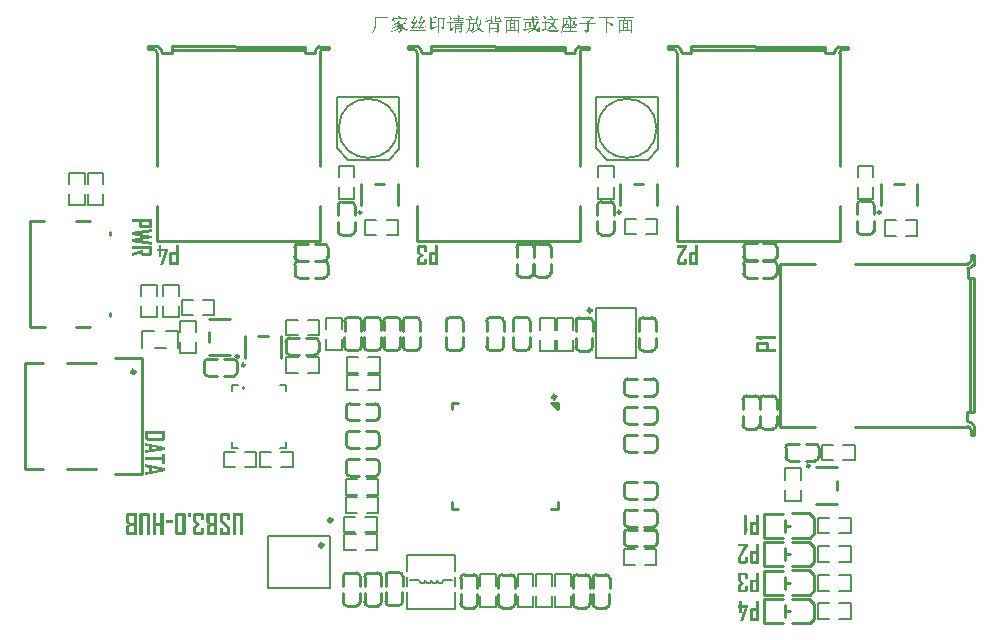
<source format=gbr>
%TF.GenerationSoftware,Altium Limited,Altium Designer,19.0.4 (130)*%
G04 Layer_Color=65535*
%FSLAX45Y45*%
%MOMM*%
%TF.FileFunction,Legend,Top*%
%TF.Part,Single*%
G01*
G75*
%TA.AperFunction,NonConductor*%
%ADD51C,0.30000*%
%ADD52C,0.25400*%
%ADD53C,0.20000*%
%ADD54C,0.20320*%
%ADD55C,0.15240*%
%ADD56C,0.15001*%
G36*
X4448117Y2012866D02*
X4504091D01*
Y1969277D01*
X4448117Y2012866D01*
D01*
D02*
G37*
G36*
X3075207Y5269277D02*
X2966083D01*
Y5269112D01*
Y5268618D01*
Y5267631D01*
Y5266479D01*
Y5264997D01*
Y5263187D01*
Y5261212D01*
Y5258907D01*
Y5256439D01*
Y5253805D01*
X2965918Y5250842D01*
Y5247880D01*
X2965754Y5241461D01*
X2965589Y5234548D01*
X2965260Y5227306D01*
X2964931Y5220064D01*
X2964272Y5212822D01*
X2963779Y5205909D01*
X2962956Y5199325D01*
X2962627Y5196033D01*
X2962133Y5193071D01*
X2961639Y5190273D01*
X2960981Y5187639D01*
X2960487Y5185170D01*
X2959828Y5183031D01*
Y5182701D01*
X2959499Y5182043D01*
X2959170Y5180891D01*
X2958512Y5179245D01*
X2957689Y5177434D01*
X2956866Y5175130D01*
X2955714Y5172497D01*
X2954397Y5169863D01*
X2952916Y5166736D01*
X2951105Y5163609D01*
X2949295Y5160481D01*
X2947155Y5157025D01*
X2944851Y5153733D01*
X2942217Y5150277D01*
X2939419Y5146985D01*
X2936456Y5143693D01*
X2933000Y5146985D01*
X2933165Y5147149D01*
X2933494Y5147808D01*
X2933988Y5148631D01*
X2934810Y5149783D01*
X2935633Y5151429D01*
X2936786Y5153239D01*
X2937938Y5155214D01*
X2939090Y5157519D01*
X2940407Y5159988D01*
X2941723Y5162786D01*
X2943040Y5165584D01*
X2944357Y5168711D01*
X2946826Y5175130D01*
X2948801Y5181878D01*
Y5182043D01*
X2948965Y5182701D01*
X2949295Y5183853D01*
X2949624Y5185170D01*
X2949953Y5186981D01*
X2950447Y5189285D01*
X2950776Y5191754D01*
X2951270Y5194717D01*
X2951763Y5197844D01*
X2952257Y5201465D01*
X2952586Y5205250D01*
X2953080Y5209530D01*
X2953409Y5213809D01*
X2953574Y5218582D01*
X2953903Y5223520D01*
Y5228787D01*
Y5228952D01*
Y5229116D01*
Y5230104D01*
Y5231585D01*
Y5233725D01*
Y5236194D01*
X2954068Y5239156D01*
Y5242448D01*
Y5246234D01*
Y5250184D01*
Y5254463D01*
Y5258907D01*
X2953903Y5263516D01*
Y5272898D01*
X2953739Y5282280D01*
X2964931Y5276025D01*
X3049696D01*
X3060065Y5286065D01*
X3075207Y5269277D01*
D02*
G37*
G36*
X3484877Y5274379D02*
X3484383D01*
X3483889Y5274214D01*
X3483066D01*
X3482243Y5274050D01*
X3481091D01*
X3479775Y5273721D01*
X3478458Y5273556D01*
X3475166Y5273062D01*
X3471380Y5272404D01*
X3467101Y5271581D01*
X3462657Y5270593D01*
X3462492D01*
X3462163Y5270429D01*
X3461505Y5270264D01*
X3460517Y5269935D01*
X3459365Y5269606D01*
X3458048Y5269277D01*
X3456567Y5268783D01*
X3454757Y5268289D01*
X3452946Y5267795D01*
X3450806Y5267302D01*
X3446362Y5266149D01*
X3441425Y5264833D01*
X3435993Y5263516D01*
Y5231091D01*
X3461011D01*
X3469076Y5238498D01*
X3481750Y5224343D01*
X3435993D01*
Y5185499D01*
X3482573Y5198831D01*
X3483560Y5193729D01*
X3483396D01*
X3483066Y5193564D01*
X3482408Y5193400D01*
X3481585Y5193071D01*
X3480598Y5192577D01*
X3479445Y5192248D01*
X3478129Y5191589D01*
X3476647Y5191096D01*
X3473191Y5189614D01*
X3469241Y5188133D01*
X3464961Y5186322D01*
X3460517Y5184347D01*
X3451465Y5180232D01*
X3447021Y5178093D01*
X3442906Y5175953D01*
X3439120Y5173649D01*
X3435829Y5171509D01*
X3434512Y5170522D01*
X3433195Y5169534D01*
X3432043Y5168546D01*
X3431220Y5167559D01*
X3421838Y5180891D01*
X3422003Y5181055D01*
X3422332Y5181549D01*
X3422826Y5182372D01*
X3423320Y5183524D01*
X3423649Y5185006D01*
X3424143Y5186652D01*
X3424307Y5188462D01*
X3424143Y5190437D01*
Y5258249D01*
Y5258414D01*
Y5259072D01*
Y5260224D01*
Y5261870D01*
X3423978Y5264174D01*
Y5265491D01*
Y5267137D01*
X3423813Y5268783D01*
Y5270758D01*
Y5272733D01*
X3423649Y5275037D01*
X3434512Y5269606D01*
X3434676D01*
X3434841Y5269771D01*
X3435829Y5270100D01*
X3437474Y5270593D01*
X3439450Y5271252D01*
X3441918Y5272075D01*
X3444717Y5273062D01*
X3447679Y5274214D01*
X3450971Y5275531D01*
X3457555Y5278329D01*
X3460847Y5279975D01*
X3464138Y5281621D01*
X3467101Y5283267D01*
X3469734Y5284913D01*
X3472039Y5286723D01*
X3474014Y5288534D01*
X3484877Y5274379D01*
D02*
G37*
G36*
X3548739Y5265985D02*
X3543965Y5261047D01*
Y5191260D01*
Y5191096D01*
Y5190766D01*
Y5190108D01*
X3543801Y5189120D01*
X3543636Y5188133D01*
X3543307Y5186816D01*
X3542813Y5185499D01*
X3542155Y5184018D01*
X3541332Y5182537D01*
X3540180Y5181055D01*
X3539028Y5179410D01*
X3537382Y5177928D01*
X3535571Y5176282D01*
X3533267Y5174966D01*
X3530798Y5173484D01*
X3527835Y5172332D01*
Y5172497D01*
Y5172661D01*
X3527506Y5173649D01*
X3526848Y5174966D01*
X3526354Y5175953D01*
X3525531Y5176776D01*
X3524544Y5177764D01*
X3523391Y5178751D01*
X3521910Y5179903D01*
X3520100Y5180891D01*
X3517960Y5182043D01*
X3515656Y5183031D01*
X3512858Y5184018D01*
X3509566Y5185006D01*
X3510553Y5190273D01*
X3511047D01*
X3511705Y5190108D01*
X3512528D01*
X3513681Y5189943D01*
X3514833D01*
X3517466Y5189614D01*
X3520264Y5189450D01*
X3523062Y5189120D01*
X3525696Y5188956D01*
X3528329D01*
X3529152Y5189285D01*
X3529975Y5189614D01*
X3530634Y5190108D01*
X3531456Y5190931D01*
X3531950Y5192083D01*
X3532115Y5193564D01*
Y5262035D01*
X3500678D01*
Y5148137D01*
X3488169Y5143199D01*
Y5143364D01*
Y5143858D01*
Y5144681D01*
X3488333Y5145668D01*
Y5146985D01*
Y5148466D01*
X3488498Y5151593D01*
X3488663Y5154885D01*
Y5158013D01*
X3488827Y5159329D01*
Y5160646D01*
Y5161634D01*
Y5162457D01*
Y5254463D01*
Y5254793D01*
Y5255780D01*
Y5257262D01*
Y5259401D01*
X3488663Y5262199D01*
X3488498Y5265656D01*
X3488333Y5269771D01*
X3488169Y5274379D01*
X3498867Y5268783D01*
X3531621D01*
X3536394Y5275531D01*
X3548739Y5265985D01*
D02*
G37*
G36*
X3151414Y5290180D02*
X3152237Y5290015D01*
X3153224Y5289686D01*
X3154541Y5289357D01*
X3155858Y5288863D01*
X3158985Y5287876D01*
X3162277Y5286559D01*
X3165404Y5285242D01*
X3166721Y5284584D01*
X3167873Y5283925D01*
X3168860Y5283102D01*
X3169683Y5282444D01*
X3169848Y5282280D01*
X3170177Y5281786D01*
X3170835Y5281127D01*
X3171494Y5280304D01*
X3172646Y5278165D01*
X3172975Y5277013D01*
X3173140Y5275860D01*
Y5275696D01*
Y5275367D01*
X3172975Y5274708D01*
X3172811Y5273885D01*
X3172481Y5272898D01*
X3171988Y5271746D01*
X3171329Y5270429D01*
X3170506Y5268948D01*
X3170342Y5268783D01*
X3170177Y5268289D01*
X3169683Y5267631D01*
X3162770D01*
X3161947Y5269112D01*
X3161289Y5271087D01*
X3161124Y5271416D01*
X3160631Y5272239D01*
X3159808Y5273721D01*
X3158656Y5275696D01*
X3157010Y5278000D01*
X3154705Y5280798D01*
X3151907Y5283761D01*
X3150261Y5285571D01*
X3148451Y5287217D01*
X3150755Y5290345D01*
X3150920D01*
X3151414Y5290180D01*
D02*
G37*
G36*
X4594556Y5289522D02*
X4595215Y5289357D01*
X4596038Y5288863D01*
X4597190Y5288369D01*
X4598506Y5287711D01*
X4599988Y5286888D01*
X4603280Y5285242D01*
X4606736Y5283267D01*
X4608217Y5282444D01*
X4609699Y5281457D01*
X4610851Y5280469D01*
X4611838Y5279646D01*
X4612661Y5278823D01*
X4612991Y5278165D01*
Y5278000D01*
X4613155Y5277671D01*
X4613320Y5277013D01*
X4613484Y5276354D01*
X4613813Y5274708D01*
X4613978Y5274050D01*
Y5273392D01*
Y5273227D01*
Y5272569D01*
X4613813Y5271746D01*
X4613320Y5270758D01*
X4612826Y5269606D01*
X4612003Y5268618D01*
X4610851Y5267631D01*
X4609205Y5266972D01*
X4643275D01*
X4653809Y5276848D01*
X4668952Y5260224D01*
X4556700D01*
Y5260060D01*
Y5259401D01*
Y5258249D01*
Y5256768D01*
Y5254957D01*
Y5252818D01*
Y5250349D01*
Y5247715D01*
X4556535Y5244588D01*
Y5241461D01*
Y5238004D01*
X4556371Y5234383D01*
X4556206Y5226647D01*
X4556042Y5218418D01*
Y5218089D01*
Y5217430D01*
Y5216278D01*
X4555877Y5214632D01*
X4555713Y5212657D01*
X4555548Y5210353D01*
X4555383Y5207884D01*
X4555054Y5205086D01*
X4554560Y5201959D01*
X4554231Y5198831D01*
X4553297Y5193928D01*
X4553079Y5193564D01*
X4552914Y5193235D01*
X4552750Y5193071D01*
X4553090Y5192839D01*
X4553297Y5193928D01*
X4553573Y5194387D01*
X4554231Y5195210D01*
X4554890Y5196362D01*
X4555877Y5197844D01*
X4556700Y5199325D01*
X4557852Y5200971D01*
X4559992Y5204921D01*
X4562461Y5209201D01*
X4564765Y5213809D01*
X4566905Y5218582D01*
Y5218747D01*
X4567069Y5219241D01*
X4567399Y5219899D01*
X4567892Y5220887D01*
X4568221Y5222203D01*
X4568880Y5223685D01*
X4569374Y5225495D01*
X4570032Y5227470D01*
X4570690Y5229610D01*
X4571513Y5231914D01*
X4572172Y5234548D01*
X4572995Y5237346D01*
X4573653Y5240309D01*
X4574476Y5243436D01*
X4575793Y5250019D01*
X4590935Y5240473D01*
X4590771Y5240309D01*
X4590112Y5239979D01*
X4589125Y5239156D01*
X4587808Y5237840D01*
X4586985Y5236852D01*
X4586162Y5235700D01*
X4585174Y5234548D01*
X4584352Y5232902D01*
X4583199Y5231256D01*
X4582212Y5229281D01*
X4581060Y5227141D01*
X4579908Y5224672D01*
X4580072D01*
X4580566Y5224343D01*
X4581224Y5224014D01*
X4582047Y5223520D01*
X4583199Y5223026D01*
X4584352Y5222203D01*
X4587150Y5220722D01*
X4589948Y5218912D01*
X4592910Y5217101D01*
X4595215Y5215291D01*
X4596202Y5214468D01*
X4597025Y5213645D01*
X4597190Y5213480D01*
X4597519Y5212986D01*
X4598177Y5212163D01*
X4598671Y5211011D01*
X4599329Y5209694D01*
X4599659Y5208213D01*
X4599823Y5206567D01*
X4599659Y5204757D01*
Y5204592D01*
X4599494Y5203934D01*
X4599165Y5203111D01*
X4598671Y5201959D01*
X4598177Y5200806D01*
X4597354Y5199490D01*
X4596367Y5198173D01*
X4595050Y5197021D01*
X4594885Y5196856D01*
X4594392Y5196692D01*
X4592910D01*
X4591758Y5197350D01*
X4591264Y5197844D01*
X4590606Y5198502D01*
X4590112Y5199325D01*
X4589454Y5200477D01*
X4588960Y5201794D01*
X4588302Y5203275D01*
Y5203440D01*
X4588137Y5203605D01*
X4587808Y5204592D01*
X4586985Y5206073D01*
X4585833Y5208049D01*
X4584516Y5210517D01*
X4582706Y5213315D01*
X4580566Y5216443D01*
X4577932Y5219899D01*
X4577768Y5219735D01*
X4577603Y5219076D01*
X4577109Y5218089D01*
X4576451Y5216936D01*
X4575464Y5215291D01*
X4574476Y5213480D01*
X4573324Y5211505D01*
X4572007Y5209365D01*
X4568880Y5204757D01*
X4565094Y5199819D01*
X4560979Y5195046D01*
X4558675Y5192741D01*
X4556371Y5190602D01*
X4553090Y5192839D01*
X4552914Y5191918D01*
X4551433Y5184841D01*
X4549293Y5177928D01*
Y5177764D01*
X4548964Y5177105D01*
X4548635Y5176118D01*
X4548141Y5174801D01*
X4547483Y5173320D01*
X4546660Y5171344D01*
X4545837Y5169369D01*
X4544685Y5167065D01*
X4543533Y5164596D01*
X4542216Y5161963D01*
X4539089Y5156367D01*
X4535303Y5150606D01*
X4531024Y5145010D01*
X4527238Y5147479D01*
X4527403Y5147643D01*
X4527567Y5148137D01*
X4528061Y5148960D01*
X4528555Y5149948D01*
X4529213Y5151429D01*
X4530036Y5153075D01*
X4530859Y5154885D01*
X4531847Y5157025D01*
X4532834Y5159329D01*
X4533822Y5161963D01*
X4534809Y5164761D01*
X4535961Y5167723D01*
X4536949Y5170851D01*
X4537937Y5174143D01*
X4539747Y5181055D01*
Y5181220D01*
X4539912Y5181878D01*
X4540241Y5183031D01*
X4540405Y5184512D01*
X4540899Y5186322D01*
X4541228Y5188627D01*
X4541558Y5191260D01*
X4542051Y5194223D01*
X4542545Y5197350D01*
X4542874Y5200971D01*
X4543368Y5204757D01*
X4543697Y5208871D01*
X4543862Y5213315D01*
X4544191Y5217759D01*
X4544356Y5222697D01*
Y5227635D01*
Y5227964D01*
Y5228787D01*
Y5230268D01*
Y5232244D01*
Y5234548D01*
Y5237181D01*
Y5240309D01*
Y5243600D01*
X4544191Y5247057D01*
Y5250842D01*
X4544026Y5258414D01*
X4543862Y5265985D01*
Y5269771D01*
X4543697Y5273227D01*
X4555548Y5266972D01*
X4601634D01*
Y5267137D01*
Y5267466D01*
X4601469Y5267960D01*
X4601304Y5268783D01*
X4600975Y5269771D01*
X4600646Y5271087D01*
X4599988Y5272569D01*
X4599165Y5274214D01*
X4599000Y5274379D01*
X4598671Y5275037D01*
X4598177Y5276190D01*
X4597354Y5277671D01*
X4596367Y5279481D01*
X4595050Y5281621D01*
X4593569Y5284090D01*
X4591758Y5286888D01*
X4594392Y5289686D01*
X4594556Y5289522D01*
D02*
G37*
G36*
X4310964Y5288205D02*
X4311787Y5288040D01*
X4312939Y5287546D01*
X4314256Y5287053D01*
X4315737Y5286559D01*
X4319029Y5285078D01*
X4322321Y5283596D01*
X4325613Y5282115D01*
X4327094Y5281292D01*
X4328246Y5280634D01*
X4329234Y5279811D01*
X4330057Y5279152D01*
X4330221Y5278988D01*
X4330551Y5278658D01*
X4331209Y5278000D01*
X4331867Y5277177D01*
X4333020Y5275037D01*
X4333349Y5273885D01*
X4333513Y5272733D01*
Y5272569D01*
Y5272239D01*
X4333349Y5271581D01*
X4333184Y5270923D01*
X4332526Y5268783D01*
X4332032Y5267631D01*
X4331209Y5266479D01*
X4331044Y5266314D01*
X4330880Y5265985D01*
X4329892Y5264833D01*
X4328576Y5263681D01*
X4327753Y5263351D01*
X4326930Y5263187D01*
X4326765D01*
X4326436Y5263351D01*
X4325942Y5263516D01*
X4325119Y5263845D01*
X4324296Y5264668D01*
X4323309Y5265656D01*
X4322321Y5266972D01*
X4321169Y5268948D01*
X4321004Y5269277D01*
X4320346Y5270100D01*
X4319358Y5271416D01*
X4318042Y5273392D01*
X4316231Y5275696D01*
X4313927Y5278329D01*
X4311293Y5281457D01*
X4308166Y5284748D01*
X4310306Y5288534D01*
X4310470D01*
X4310964Y5288205D01*
D02*
G37*
G36*
X4444613Y5287546D02*
X4445271Y5287217D01*
X4446259Y5286723D01*
X4447576Y5286065D01*
X4448892Y5285407D01*
X4451855Y5283761D01*
X4454818Y5281950D01*
X4457780Y5279975D01*
X4459097Y5279152D01*
X4460414Y5278165D01*
X4461401Y5277342D01*
X4462060Y5276519D01*
X4462224Y5276354D01*
X4462553Y5275860D01*
X4463047Y5275037D01*
X4463706Y5273885D01*
X4464035Y5272569D01*
X4464364Y5271087D01*
X4464529Y5269441D01*
X4464199Y5267795D01*
Y5267631D01*
X4464035Y5267137D01*
X4463706Y5266314D01*
X4463212Y5265327D01*
X4462060Y5263022D01*
X4461237Y5262035D01*
X4460249Y5261047D01*
X4460085Y5260883D01*
X4459920Y5260718D01*
X4458932Y5260060D01*
X4457616Y5259237D01*
X4456957Y5259072D01*
X4456464Y5258907D01*
X4456299D01*
X4455970Y5259072D01*
X4455476Y5259237D01*
X4454818Y5259730D01*
X4453995Y5260553D01*
X4453336Y5261541D01*
X4452513Y5263187D01*
X4452020Y5265327D01*
Y5265491D01*
X4451855Y5265656D01*
Y5266149D01*
X4451526Y5266643D01*
X4450867Y5268289D01*
X4450044Y5270593D01*
X4448563Y5273392D01*
X4446753Y5276848D01*
X4444448Y5280634D01*
X4441486Y5285078D01*
X4443955Y5287876D01*
X4444119D01*
X4444613Y5287546D01*
D02*
G37*
G36*
X3756618Y5287053D02*
X3757112Y5286888D01*
X3757935Y5286394D01*
X3758923Y5285901D01*
X3760239Y5285242D01*
X3761556Y5284584D01*
X3764683Y5282773D01*
X3767975Y5280798D01*
X3771102Y5278823D01*
X3772584Y5278000D01*
X3773901Y5277013D01*
X3774888Y5276190D01*
X3775711Y5275367D01*
X3775876Y5275202D01*
X3776205Y5274708D01*
X3776863Y5273885D01*
X3777522Y5272898D01*
X3778180Y5271746D01*
X3778838Y5270593D01*
X3779167Y5269277D01*
X3779332Y5267960D01*
Y5267795D01*
Y5267631D01*
Y5267137D01*
X3779167Y5266479D01*
X3778838Y5264668D01*
X3778180Y5262364D01*
Y5262199D01*
X3778015Y5261870D01*
X3777686Y5261212D01*
X3777192Y5260718D01*
X3776534Y5259895D01*
X3775711Y5259237D01*
X3774559Y5258743D01*
X3773242Y5258414D01*
X3772584D01*
X3771925Y5258578D01*
X3770938Y5259072D01*
X3769950Y5259895D01*
X3768963Y5261047D01*
X3768469Y5262035D01*
X3767975Y5263022D01*
X3767481Y5264174D01*
X3766988Y5265491D01*
X3766823Y5265820D01*
X3766494Y5266643D01*
X3765671Y5267960D01*
X3764519Y5269935D01*
X3762873Y5272404D01*
X3760569Y5275531D01*
X3759252Y5277342D01*
X3757770Y5279317D01*
X3755960Y5281292D01*
X3754149Y5283596D01*
X3756454Y5287217D01*
X3756618Y5287053D01*
D02*
G37*
G36*
X4382891Y5287546D02*
X4383549Y5287217D01*
X4384372Y5286723D01*
X4385360Y5286230D01*
X4386512Y5285571D01*
X4389145Y5284090D01*
X4392108Y5282280D01*
X4394906Y5280304D01*
X4397540Y5278494D01*
X4398692Y5277506D01*
X4399679Y5276683D01*
X4399844Y5276519D01*
X4400502Y5275860D01*
X4401161Y5274873D01*
X4402148Y5273721D01*
X4402971Y5272239D01*
X4403629Y5270429D01*
X4403959Y5268454D01*
Y5266479D01*
Y5266314D01*
X4403794Y5265491D01*
X4403629Y5264504D01*
X4403300Y5263351D01*
X4402807Y5262035D01*
X4402148Y5260718D01*
X4401325Y5259401D01*
X4400338Y5258414D01*
X4400173Y5258249D01*
X4399844Y5258084D01*
X4399350Y5257591D01*
X4398692Y5257262D01*
X4397046Y5256274D01*
X4396223Y5256109D01*
X4395564Y5255945D01*
X4395400D01*
X4394906Y5256109D01*
X4394248Y5256274D01*
X4393589Y5256768D01*
X4392602Y5257591D01*
X4391779Y5258907D01*
X4391121Y5260553D01*
X4390462Y5262858D01*
Y5263022D01*
X4390298Y5263187D01*
Y5263681D01*
X4389968Y5264339D01*
X4389804Y5265327D01*
X4389310Y5266314D01*
X4388981Y5267466D01*
X4388487Y5268783D01*
X4387006Y5272075D01*
X4385195Y5275860D01*
X4382891Y5280140D01*
X4379928Y5285078D01*
X4382397Y5287876D01*
X4382562D01*
X4382891Y5287546D01*
D02*
G37*
G36*
X3587253Y5285242D02*
X3587582Y5285078D01*
X3588241Y5284584D01*
X3589064Y5284090D01*
X3591203Y5282609D01*
X3593672Y5280798D01*
X3596306Y5278823D01*
X3598939Y5276519D01*
X3601243Y5274379D01*
X3602066Y5273392D01*
X3602889Y5272404D01*
X3603054Y5272239D01*
X3603383Y5271581D01*
X3604042Y5270593D01*
X3604535Y5269277D01*
X3605029Y5267795D01*
X3605358Y5266149D01*
X3605523Y5264339D01*
X3605194Y5262528D01*
Y5262364D01*
X3605029Y5261706D01*
X3604700Y5260883D01*
X3604206Y5259895D01*
X3602889Y5257591D01*
X3602066Y5256603D01*
X3601079Y5255616D01*
X3597293Y5253476D01*
X3597129D01*
X3596635Y5253640D01*
X3595977Y5253970D01*
X3594989Y5254463D01*
X3594166Y5255451D01*
X3593343Y5256768D01*
X3592685Y5258743D01*
X3592356Y5260060D01*
X3592191Y5261376D01*
Y5261541D01*
Y5261706D01*
X3592026Y5262199D01*
X3591862Y5262858D01*
X3591697Y5263681D01*
X3591368Y5264668D01*
X3591039Y5265820D01*
X3590710Y5267302D01*
X3589557Y5270264D01*
X3588076Y5274050D01*
X3586101Y5278165D01*
X3583632Y5282938D01*
X3587089Y5285407D01*
X3587253Y5285242D01*
D02*
G37*
G36*
X5151042Y5272404D02*
X5074836D01*
X5083888Y5268618D01*
X5077140Y5265820D01*
Y5265656D01*
X5076811Y5265327D01*
X5076482Y5264833D01*
X5075988Y5264174D01*
X5074836Y5262364D01*
X5073190Y5260060D01*
X5071379Y5257591D01*
X5069404Y5254793D01*
X5067429Y5251995D01*
X5065619Y5249361D01*
X5122897D01*
X5127670Y5255616D01*
X5139356Y5246728D01*
X5135076Y5241625D01*
Y5241461D01*
Y5240967D01*
Y5240144D01*
Y5239156D01*
Y5237840D01*
Y5236194D01*
Y5234383D01*
Y5232408D01*
Y5230104D01*
Y5227635D01*
Y5225001D01*
Y5222039D01*
Y5215949D01*
X5135241Y5209201D01*
Y5202123D01*
Y5194717D01*
Y5187145D01*
X5135406Y5179410D01*
Y5171674D01*
X5135570Y5164267D01*
Y5156860D01*
X5135735Y5149948D01*
X5123390Y5145010D01*
Y5157190D01*
X5032206D01*
Y5149289D01*
X5019697Y5144351D01*
Y5144681D01*
Y5145339D01*
Y5146656D01*
X5019862Y5148466D01*
Y5150606D01*
Y5153404D01*
X5020027Y5156367D01*
Y5159988D01*
Y5163773D01*
X5020191Y5168053D01*
Y5172661D01*
Y5177764D01*
X5020356Y5183031D01*
Y5188462D01*
Y5194387D01*
Y5200477D01*
Y5200642D01*
Y5200806D01*
Y5201300D01*
Y5201959D01*
Y5203605D01*
Y5206073D01*
Y5208871D01*
Y5212163D01*
Y5215784D01*
Y5219735D01*
X5020191Y5223849D01*
Y5228293D01*
X5020027Y5237181D01*
X5019862Y5246069D01*
Y5250349D01*
X5019697Y5254299D01*
X5030890Y5249361D01*
X5059199D01*
Y5249526D01*
X5059364Y5250019D01*
X5059693Y5250678D01*
X5059858Y5251501D01*
X5060352Y5252653D01*
X5060681Y5253970D01*
X5061175Y5255451D01*
X5061668Y5257097D01*
X5062656Y5260553D01*
X5063643Y5264504D01*
X5064631Y5268454D01*
X5065454Y5272404D01*
X5026610D01*
X5024964Y5272239D01*
X5022660D01*
X5020191Y5271910D01*
X5017393Y5271581D01*
X5014595Y5271087D01*
X5011632Y5270429D01*
X5005049Y5279152D01*
X5127999D01*
X5138533Y5288534D01*
X5151042Y5272404D01*
D02*
G37*
G36*
X4194104D02*
X4117898D01*
X4126950Y5268618D01*
X4120202Y5265820D01*
Y5265656D01*
X4119873Y5265327D01*
X4119544Y5264833D01*
X4119050Y5264174D01*
X4117898Y5262364D01*
X4116252Y5260060D01*
X4114441Y5257591D01*
X4112466Y5254793D01*
X4110491Y5251995D01*
X4108681Y5249361D01*
X4165959D01*
X4170732Y5255616D01*
X4182418Y5246728D01*
X4178138Y5241625D01*
Y5241461D01*
Y5240967D01*
Y5240144D01*
Y5239156D01*
Y5237840D01*
Y5236194D01*
Y5234383D01*
Y5232408D01*
Y5230104D01*
Y5227635D01*
Y5225001D01*
Y5222039D01*
Y5215949D01*
X4178303Y5209201D01*
Y5202123D01*
Y5194717D01*
Y5187145D01*
X4178468Y5179410D01*
Y5171674D01*
X4178632Y5164267D01*
Y5156860D01*
X4178797Y5149948D01*
X4166452Y5145010D01*
Y5157190D01*
X4075268D01*
Y5149289D01*
X4062759Y5144351D01*
Y5144681D01*
Y5145339D01*
Y5146656D01*
X4062924Y5148466D01*
Y5150606D01*
Y5153404D01*
X4063089Y5156367D01*
Y5159988D01*
Y5163773D01*
X4063253Y5168053D01*
Y5172661D01*
Y5177764D01*
X4063418Y5183031D01*
Y5188462D01*
Y5194387D01*
Y5200477D01*
Y5200642D01*
Y5200806D01*
Y5201300D01*
Y5201959D01*
Y5203605D01*
Y5206073D01*
Y5208871D01*
Y5212163D01*
Y5215784D01*
Y5219735D01*
X4063253Y5223849D01*
Y5228293D01*
X4063089Y5237181D01*
X4062924Y5246069D01*
Y5250349D01*
X4062759Y5254299D01*
X4073952Y5249361D01*
X4102262D01*
Y5249526D01*
X4102426Y5250019D01*
X4102755Y5250678D01*
X4102920Y5251501D01*
X4103414Y5252653D01*
X4103743Y5253970D01*
X4104237Y5255451D01*
X4104730Y5257097D01*
X4105718Y5260553D01*
X4106706Y5264504D01*
X4107693Y5268454D01*
X4108516Y5272404D01*
X4069672D01*
X4068026Y5272239D01*
X4065722D01*
X4063253Y5271910D01*
X4060455Y5271581D01*
X4057657Y5271087D01*
X4054694Y5270429D01*
X4048111Y5279152D01*
X4171061D01*
X4181595Y5288534D01*
X4194104Y5272404D01*
D02*
G37*
G36*
X4818072Y5269277D02*
X4817249D01*
X4816591Y5269112D01*
X4815768D01*
X4814780Y5268948D01*
X4812476Y5268454D01*
X4809513Y5267795D01*
X4806222Y5266643D01*
X4802436Y5265162D01*
X4798486Y5263022D01*
X4798321D01*
X4797992Y5262693D01*
X4797334Y5262364D01*
X4796511Y5261870D01*
X4795358Y5261212D01*
X4793877Y5260389D01*
X4792396Y5259401D01*
X4790421Y5258249D01*
X4788446Y5256932D01*
X4785977Y5255451D01*
X4783508Y5253970D01*
X4780710Y5252159D01*
X4777747Y5250184D01*
X4774455Y5248044D01*
X4770999Y5245905D01*
X4767378Y5243436D01*
X4772974Y5239650D01*
X4766226Y5235206D01*
Y5226154D01*
X4805892D01*
X4816426Y5236029D01*
X4831404Y5219405D01*
X4766226D01*
Y5162292D01*
Y5162127D01*
Y5161798D01*
X4766061Y5161140D01*
X4765896Y5160317D01*
X4765567Y5159165D01*
X4765238Y5158013D01*
X4764580Y5156696D01*
X4763921Y5155214D01*
X4762769Y5153733D01*
X4761617Y5152252D01*
X4759971Y5150770D01*
X4758161Y5149125D01*
X4756021Y5147643D01*
X4753387Y5146327D01*
X4750425Y5144845D01*
X4747133Y5143693D01*
Y5143858D01*
Y5144187D01*
X4746968Y5144681D01*
X4746804Y5145339D01*
X4746475Y5146162D01*
X4746145Y5146985D01*
X4745487Y5147972D01*
X4744664Y5149125D01*
X4743512Y5150277D01*
X4742195Y5151593D01*
X4740549Y5152910D01*
X4738574Y5154062D01*
X4736270Y5155379D01*
X4733636Y5156531D01*
X4730509Y5157683D01*
X4726888Y5158836D01*
Y5164596D01*
X4727711D01*
X4728534Y5164432D01*
X4729851Y5164267D01*
X4731168Y5164102D01*
X4732813Y5163938D01*
X4736599Y5163609D01*
X4740385Y5163279D01*
X4744170Y5162950D01*
X4745816Y5162786D01*
X4747298D01*
X4748614Y5162621D01*
X4749766D01*
X4750425Y5162786D01*
X4751083Y5162950D01*
X4751906Y5163444D01*
X4752729Y5164267D01*
X4753387Y5165584D01*
X4753717Y5167230D01*
Y5169534D01*
Y5219405D01*
X4706479D01*
X4704997Y5219241D01*
X4703022D01*
X4700718Y5218912D01*
X4698249Y5218582D01*
X4695451Y5218089D01*
X4692653Y5217430D01*
X4686069Y5226154D01*
X4753717D01*
Y5226318D01*
Y5226647D01*
Y5227306D01*
Y5228293D01*
Y5229281D01*
Y5230598D01*
Y5232079D01*
Y5233889D01*
X4753552Y5235700D01*
Y5237675D01*
Y5242119D01*
X4753387Y5247221D01*
X4753223Y5252488D01*
X4763098Y5246892D01*
X4795194Y5271746D01*
X4726065D01*
X4724584Y5271581D01*
X4722609D01*
X4720305Y5271252D01*
X4717671Y5270923D01*
X4715038Y5270429D01*
X4712239Y5269771D01*
X4705656Y5278494D01*
X4796181D01*
X4804905Y5286065D01*
X4818072Y5269277D01*
D02*
G37*
G36*
X3117014Y5267631D02*
X3162770D01*
X3163593Y5266479D01*
X3164252Y5265820D01*
X3164910Y5265327D01*
X3165568Y5265162D01*
X3165898Y5264997D01*
X3166062D01*
X3166885Y5265162D01*
X3167544Y5265656D01*
X3168367Y5266314D01*
X3169025Y5266972D01*
X3169683Y5267631D01*
X3214617D01*
X3221365Y5274379D01*
X3234039Y5260224D01*
X3233545D01*
X3233051Y5260060D01*
X3232393D01*
X3231405Y5259730D01*
X3230418Y5259566D01*
X3229101Y5259072D01*
X3227784Y5258414D01*
X3226303Y5257755D01*
X3224492Y5256768D01*
X3222682Y5255616D01*
X3220707Y5254299D01*
X3218732Y5252653D01*
X3216592Y5250842D01*
X3214288Y5248703D01*
X3211983Y5246234D01*
X3208198Y5248374D01*
X3214946Y5260883D01*
X3117014D01*
Y5260718D01*
Y5260553D01*
Y5260060D01*
Y5259401D01*
Y5257920D01*
X3116849Y5255945D01*
X3116355Y5253970D01*
X3115697Y5251995D01*
X3114710Y5250184D01*
X3113393Y5248703D01*
X3113228Y5248538D01*
X3112734Y5248209D01*
X3111911Y5247715D01*
X3110924Y5247221D01*
X3109772Y5246563D01*
X3108455Y5246069D01*
X3106974Y5245740D01*
X3105657Y5245575D01*
X3105328D01*
X3104834Y5245740D01*
X3104176D01*
X3102694Y5246234D01*
X3100884Y5247057D01*
X3100719D01*
X3100555Y5247386D01*
X3099732Y5248044D01*
X3098909Y5249032D01*
X3098744Y5249690D01*
X3098580Y5250184D01*
Y5250349D01*
Y5250678D01*
X3098744Y5251172D01*
X3099073Y5251995D01*
X3099732Y5252818D01*
X3100390Y5253970D01*
X3101542Y5255122D01*
X3103024Y5256603D01*
X3103353Y5256768D01*
X3104011Y5257591D01*
X3104999Y5258907D01*
X3106315Y5260718D01*
X3106974Y5261870D01*
X3107632Y5263187D01*
X3108290Y5264668D01*
X3108784Y5266314D01*
X3109443Y5268125D01*
X3110101Y5270264D01*
X3110595Y5272404D01*
X3110924Y5274873D01*
X3117014D01*
Y5267631D01*
D02*
G37*
G36*
X4279198Y5233560D02*
X4274919Y5229281D01*
Y5228952D01*
Y5228293D01*
Y5226977D01*
Y5225331D01*
Y5223356D01*
Y5221051D01*
Y5218582D01*
X4275083Y5215949D01*
Y5210188D01*
X4275248Y5204427D01*
Y5201629D01*
X4275412Y5198831D01*
Y5196362D01*
X4275577Y5194223D01*
X4263068Y5189943D01*
Y5197350D01*
X4235910D01*
Y5190602D01*
X4223566Y5185664D01*
Y5185829D01*
Y5186322D01*
Y5187145D01*
X4223730Y5188297D01*
Y5189779D01*
Y5191425D01*
Y5193235D01*
X4223895Y5195210D01*
Y5199654D01*
X4224060Y5204592D01*
Y5209694D01*
Y5214797D01*
Y5214961D01*
Y5215455D01*
Y5216114D01*
Y5217101D01*
Y5218418D01*
Y5219735D01*
Y5221380D01*
Y5223356D01*
X4223895Y5225331D01*
Y5227470D01*
Y5232244D01*
X4223730Y5237346D01*
X4223566Y5242613D01*
X4235910Y5237675D01*
X4262739D01*
X4268993Y5243930D01*
X4279198Y5233560D01*
D02*
G37*
G36*
X3986389Y5280304D02*
X3982109Y5275531D01*
Y5262693D01*
X3982274Y5262858D01*
X3983097Y5263022D01*
X3984084Y5263516D01*
X3985566Y5264174D01*
X3987376Y5264833D01*
X3989351Y5265820D01*
X3991656Y5266808D01*
X3993960Y5268125D01*
X3999062Y5270758D01*
X4004329Y5273885D01*
X4009267Y5277342D01*
X4011571Y5279152D01*
X4013546Y5280963D01*
X4023587Y5266149D01*
X4022105D01*
X4020459Y5265985D01*
X4018155Y5265820D01*
X4015686Y5265656D01*
X4012723Y5265162D01*
X4009761Y5264668D01*
X4006634Y5263845D01*
X4006469D01*
X4006304Y5263681D01*
X4005811Y5263516D01*
X4004988Y5263351D01*
X4004165Y5263022D01*
X4003013Y5262693D01*
X4001696Y5262199D01*
X4000379Y5261870D01*
X3998733Y5261212D01*
X3996758Y5260718D01*
X3994783Y5260224D01*
X3992643Y5259566D01*
X3990174Y5258907D01*
X3987706Y5258249D01*
X3985072Y5257426D01*
X3982109Y5256768D01*
Y5248867D01*
Y5248703D01*
X3982274Y5248209D01*
X3982439Y5247386D01*
X3982768Y5246563D01*
X3983591Y5245740D01*
X3984578Y5244917D01*
X3985895Y5244423D01*
X3987870Y5244259D01*
X4011407D01*
X4012230Y5244423D01*
X4013382Y5244753D01*
X4014534Y5245411D01*
X4015522Y5246069D01*
X4016345Y5247221D01*
X4016674Y5248703D01*
Y5248867D01*
X4016838Y5249526D01*
Y5250678D01*
X4017003Y5252159D01*
X4017167Y5254134D01*
Y5256439D01*
X4017332Y5259237D01*
Y5262528D01*
X4022928D01*
Y5262364D01*
Y5262035D01*
Y5261541D01*
X4023093Y5260883D01*
X4023257Y5259237D01*
X4023422Y5257097D01*
X4023587Y5254957D01*
X4023916Y5252982D01*
X4024245Y5251172D01*
X4024410Y5250513D01*
X4024574Y5250019D01*
Y5249855D01*
X4024903Y5249690D01*
X4025232Y5249197D01*
X4025891Y5248538D01*
X4026714Y5247880D01*
X4027866Y5247057D01*
X4029512Y5246234D01*
X4031487Y5245411D01*
Y5245246D01*
X4031322Y5245082D01*
X4031158Y5244588D01*
X4030829Y5243930D01*
X4030006Y5242284D01*
X4028854Y5240473D01*
X4027537Y5238663D01*
X4026220Y5236852D01*
X4024574Y5235371D01*
X4023751Y5234712D01*
X4022928Y5234383D01*
X4022764D01*
X4022270Y5234054D01*
X4021282Y5233889D01*
X4020295Y5233560D01*
X4018813Y5233231D01*
X4017332Y5233066D01*
X4014040Y5232737D01*
X3982932D01*
X3982274Y5232902D01*
X3981451D01*
X3979147Y5233396D01*
X3976678Y5234219D01*
X3975361Y5234877D01*
X3974209Y5235700D01*
X3973057Y5236523D01*
X3971905Y5237675D01*
X3971082Y5239156D01*
X3970423Y5240638D01*
X3969930Y5242448D01*
X3969765Y5244588D01*
Y5270264D01*
Y5270593D01*
Y5271416D01*
Y5272898D01*
Y5275037D01*
X3969600Y5277506D01*
X3969436Y5280634D01*
X3969271Y5284255D01*
X3969107Y5288369D01*
X3986389Y5280304D01*
D02*
G37*
G36*
X3954787Y5280963D02*
X3950508Y5275696D01*
Y5275531D01*
Y5274708D01*
Y5273721D01*
Y5272239D01*
Y5270429D01*
Y5268454D01*
Y5266314D01*
Y5264010D01*
Y5259237D01*
Y5254628D01*
Y5252488D01*
Y5250513D01*
Y5248867D01*
Y5247551D01*
Y5247221D01*
Y5246398D01*
Y5245082D01*
Y5243107D01*
X3950672Y5240802D01*
Y5238004D01*
X3950837Y5234877D01*
X3951001Y5231256D01*
X3937340Y5227800D01*
Y5227964D01*
Y5228293D01*
Y5228952D01*
X3937505Y5229939D01*
Y5230927D01*
Y5232244D01*
X3937670Y5235042D01*
X3937834Y5238169D01*
Y5241461D01*
X3937999Y5244588D01*
Y5247386D01*
X3937834D01*
X3937670Y5247221D01*
X3937176D01*
X3936517Y5247057D01*
X3934871Y5246563D01*
X3932732Y5245905D01*
X3930098Y5245082D01*
X3927136Y5244259D01*
X3923844Y5243271D01*
X3920387Y5242119D01*
X3913475Y5239815D01*
X3910183Y5238663D01*
X3906891Y5237346D01*
X3904093Y5236194D01*
X3901459Y5235042D01*
X3899484Y5233889D01*
X3897838Y5232737D01*
X3890432Y5247386D01*
X3891913D01*
X3893065Y5247551D01*
X3894546D01*
X3896357Y5247715D01*
X3898661Y5247880D01*
X3901295Y5248209D01*
X3904422Y5248374D01*
X3907878Y5248867D01*
X3911664Y5249361D01*
X3916108Y5249855D01*
X3920881Y5250513D01*
X3926148Y5251336D01*
X3931744Y5252324D01*
X3937999Y5253311D01*
Y5266314D01*
X3914627D01*
X3913145Y5266149D01*
X3911170D01*
X3908866Y5265820D01*
X3906232Y5265491D01*
X3903599Y5264997D01*
X3900801Y5264339D01*
X3894217Y5273062D01*
X3937999D01*
Y5273227D01*
Y5273392D01*
Y5273885D01*
Y5274379D01*
Y5276025D01*
Y5278165D01*
X3937834Y5280469D01*
X3937670Y5283267D01*
X3937505Y5286065D01*
X3937340Y5289028D01*
X3954787Y5280963D01*
D02*
G37*
G36*
X3672347Y5282938D02*
X3667409Y5277506D01*
Y5269441D01*
X3690123D01*
X3699505Y5277506D01*
X3711356Y5262693D01*
X3667409D01*
Y5252982D01*
X3682717D01*
X3691440Y5260389D01*
X3702797Y5246234D01*
X3667409D01*
Y5234054D01*
X3693744D01*
X3703126Y5242119D01*
X3714977Y5227306D01*
X3628401D01*
X3627414Y5227141D01*
X3625932D01*
X3624286Y5226812D01*
X3622147Y5226483D01*
X3619842Y5225989D01*
X3617209Y5225331D01*
X3610461Y5234054D01*
X3655559D01*
Y5246234D01*
X3642391D01*
X3641404Y5246069D01*
X3639923D01*
X3638277Y5245740D01*
X3636137Y5245411D01*
X3633833Y5244917D01*
X3631199Y5244259D01*
X3624616Y5252982D01*
X3655559D01*
Y5262693D01*
X3633339D01*
X3632187Y5262528D01*
X3630870D01*
X3629060Y5262199D01*
X3627084Y5261870D01*
X3624616Y5261376D01*
X3621982Y5260718D01*
X3615398Y5269441D01*
X3655559D01*
Y5269606D01*
Y5269935D01*
Y5270593D01*
Y5271416D01*
Y5272404D01*
Y5273556D01*
Y5276190D01*
X3655394Y5279481D01*
Y5282938D01*
X3655065Y5290345D01*
X3672347Y5282938D01*
D02*
G37*
G36*
X4011407Y5219899D02*
X4005317Y5215620D01*
Y5159988D01*
Y5159823D01*
Y5159165D01*
X4005152Y5158013D01*
X4004823Y5156860D01*
X4004329Y5155379D01*
X4003506Y5153733D01*
X4002519Y5152087D01*
X4001202Y5150606D01*
X4001037Y5150441D01*
X4000379Y5149948D01*
X3999556Y5149125D01*
X3998239Y5148302D01*
X3996429Y5147149D01*
X3994289Y5145997D01*
X3991656Y5144845D01*
X3988693Y5143858D01*
Y5144022D01*
X3988528Y5144187D01*
X3988199Y5144681D01*
X3987870Y5145339D01*
X3987376Y5145997D01*
X3986718Y5146985D01*
X3985895Y5147972D01*
X3984907Y5148960D01*
X3983591Y5149948D01*
X3982109Y5151100D01*
X3980463Y5152252D01*
X3978488Y5153404D01*
X3976349Y5154556D01*
X3973880Y5155708D01*
X3971082Y5156696D01*
X3967954Y5157683D01*
Y5162786D01*
X3968119D01*
X3968777Y5162621D01*
X3969765D01*
X3970917Y5162457D01*
X3972398Y5162127D01*
X3974044Y5161963D01*
X3977665Y5161469D01*
X3981451Y5160975D01*
X3983262Y5160811D01*
X3985072Y5160646D01*
X3986553Y5160481D01*
X3987870Y5160317D01*
X3989845D01*
X3990174Y5160481D01*
X3990668Y5160646D01*
X3991327Y5160975D01*
X3991820Y5161634D01*
X3992314Y5162292D01*
X3992643Y5163444D01*
X3992808Y5164761D01*
Y5179080D01*
X3932238D01*
Y5146656D01*
X3919071Y5143199D01*
Y5143364D01*
Y5144022D01*
Y5145174D01*
X3919235Y5146656D01*
Y5148466D01*
Y5150770D01*
X3919400Y5153239D01*
Y5156202D01*
Y5159329D01*
X3919564Y5162950D01*
Y5166736D01*
Y5170686D01*
X3919729Y5174966D01*
Y5179574D01*
Y5184183D01*
Y5189120D01*
Y5189450D01*
Y5190273D01*
Y5191754D01*
Y5193564D01*
Y5195704D01*
Y5198338D01*
Y5201136D01*
Y5204263D01*
X3919564Y5210847D01*
X3919400Y5217595D01*
Y5220887D01*
X3919235Y5224014D01*
Y5226977D01*
X3919071Y5229775D01*
X3931415Y5224837D01*
X3992643D01*
X4000050Y5231585D01*
X4011407Y5219899D01*
D02*
G37*
G36*
X3699670Y5214797D02*
X3695555Y5210353D01*
Y5161304D01*
Y5161140D01*
Y5160811D01*
Y5160152D01*
X3695390Y5159329D01*
X3695226Y5158342D01*
X3694732Y5157190D01*
X3694238Y5156037D01*
X3693580Y5154556D01*
X3692757Y5153239D01*
X3691605Y5151758D01*
X3690288Y5150441D01*
X3688642Y5148960D01*
X3686667Y5147643D01*
X3684527Y5146491D01*
X3681729Y5145339D01*
X3678766Y5144351D01*
Y5144516D01*
Y5144681D01*
X3678437Y5145668D01*
X3677943Y5147149D01*
X3677450Y5147972D01*
X3676791Y5148960D01*
X3675804Y5149948D01*
X3674816Y5150935D01*
X3673499Y5151923D01*
X3671853Y5152910D01*
X3669878Y5153898D01*
X3667739Y5154721D01*
X3665270Y5155544D01*
X3662307Y5156367D01*
Y5161634D01*
X3663459D01*
X3664282Y5161469D01*
X3665270D01*
X3666422Y5161304D01*
X3669055Y5161140D01*
X3671853Y5160975D01*
X3674816Y5160811D01*
X3677450Y5160646D01*
X3678602Y5160481D01*
X3680412D01*
X3681235Y5160646D01*
X3682223Y5160975D01*
X3683046Y5161469D01*
X3683704Y5162127D01*
X3684198Y5163115D01*
Y5164596D01*
Y5177928D01*
X3641239D01*
Y5148631D01*
X3629389Y5143693D01*
Y5143858D01*
Y5144516D01*
Y5145668D01*
X3629553Y5147149D01*
Y5148960D01*
Y5151100D01*
X3629718Y5153569D01*
Y5156367D01*
Y5159329D01*
X3629883Y5162457D01*
Y5165913D01*
Y5169534D01*
X3630047Y5176941D01*
Y5184841D01*
Y5185170D01*
Y5185829D01*
Y5186981D01*
Y5188462D01*
Y5190273D01*
Y5192412D01*
Y5194881D01*
Y5197515D01*
X3629883Y5200477D01*
Y5203440D01*
X3629718Y5209859D01*
X3629553Y5216443D01*
X3629389Y5223026D01*
X3639429Y5218089D01*
X3683704D01*
X3687983Y5223685D01*
X3699670Y5214797D01*
D02*
G37*
G36*
X4509462Y5249855D02*
X4482798D01*
Y5249690D01*
X4482634Y5248867D01*
X4482304Y5247880D01*
X4481811Y5246398D01*
X4481317Y5244423D01*
X4480659Y5242284D01*
X4479836Y5239815D01*
X4478848Y5237181D01*
X4477860Y5234383D01*
X4476708Y5231256D01*
X4474075Y5224837D01*
X4470948Y5218089D01*
X4467327Y5211505D01*
X4467491Y5211340D01*
X4467985Y5211011D01*
X4468808Y5210353D01*
X4469795Y5209530D01*
X4471112Y5208542D01*
X4472594Y5207555D01*
X4475885Y5204921D01*
X4479506Y5201959D01*
X4483127Y5198831D01*
X4486584Y5195704D01*
X4488230Y5194223D01*
X4489547Y5192906D01*
X4489711D01*
X4489876Y5192577D01*
X4490699Y5191754D01*
X4491686Y5190273D01*
X4492838Y5188627D01*
X4493991Y5186487D01*
X4494813Y5184018D01*
X4495143Y5181385D01*
Y5180068D01*
X4494978Y5178751D01*
Y5178422D01*
X4494649Y5177599D01*
X4494320Y5176447D01*
X4493826Y5174966D01*
X4493168Y5173649D01*
X4492345Y5172332D01*
X4491357Y5171344D01*
X4490369Y5170686D01*
X4489876D01*
X4489217Y5170851D01*
X4488394Y5171180D01*
X4487407Y5171838D01*
X4486419Y5172990D01*
X4485103Y5174472D01*
X4484444Y5175624D01*
X4483786Y5176776D01*
X4483621Y5177105D01*
X4483127Y5177764D01*
X4482304Y5178916D01*
X4480988Y5180562D01*
X4479506Y5182537D01*
X4477531Y5184841D01*
X4475227Y5187639D01*
X4472594Y5190602D01*
Y5190766D01*
X4472264Y5190931D01*
X4471441Y5191918D01*
X4469960Y5193564D01*
X4468314Y5195375D01*
X4466504Y5197350D01*
X4464529Y5199490D01*
X4462718Y5201629D01*
X4460908Y5203440D01*
X4460743Y5203275D01*
X4460085Y5202452D01*
X4458932Y5201300D01*
X4457616Y5199819D01*
X4455805Y5198008D01*
X4453501Y5196033D01*
X4451032Y5193729D01*
X4448069Y5191260D01*
X4444942Y5188627D01*
X4441486Y5185993D01*
X4437535Y5183360D01*
X4433421Y5180726D01*
X4429141Y5178093D01*
X4424533Y5175624D01*
X4419595Y5173320D01*
X4415752Y5171708D01*
X4418278Y5170192D01*
X4418443D01*
X4418772Y5170028D01*
X4419266Y5169699D01*
X4420089Y5169369D01*
X4421076Y5168876D01*
X4422228Y5168546D01*
X4423710Y5168053D01*
X4425356Y5167394D01*
X4427331Y5166901D01*
X4429306Y5166407D01*
X4431610Y5165913D01*
X4434244Y5165419D01*
X4436877Y5164925D01*
X4439840Y5164432D01*
X4442967Y5164102D01*
X4446423Y5163938D01*
X4448234D01*
X4449551Y5163773D01*
X4453172D01*
X4455311Y5163609D01*
X4475062D01*
X4481317Y5163773D01*
X4482963D01*
X4484115Y5163938D01*
X4485596D01*
X4487407Y5164102D01*
X4489217D01*
X4491522Y5164267D01*
X4493826Y5164432D01*
X4496295Y5164596D01*
X4501726Y5164925D01*
X4507322Y5165255D01*
X4513083Y5165748D01*
Y5160317D01*
X4512919D01*
X4512589Y5160152D01*
X4511931Y5159988D01*
X4511108Y5159823D01*
X4508968Y5159000D01*
X4506664Y5158013D01*
X4504360Y5156531D01*
X4502220Y5154721D01*
X4501397Y5153569D01*
X4500739Y5152416D01*
X4500410Y5151100D01*
X4500245Y5149783D01*
X4490205D01*
X4487078Y5149948D01*
X4480165D01*
X4476379Y5150112D01*
X4468808Y5150277D01*
X4461072Y5150606D01*
X4457616Y5150935D01*
X4454159Y5151100D01*
X4453336D01*
X4452513Y5151264D01*
X4451197Y5151429D01*
X4449715Y5151593D01*
X4448069Y5151758D01*
X4446094Y5151923D01*
X4443955Y5152252D01*
X4439346Y5153075D01*
X4434408Y5154062D01*
X4429470Y5155214D01*
X4424697Y5156860D01*
X4424533D01*
X4424203Y5157025D01*
X4423545Y5157354D01*
X4422722Y5157683D01*
X4421735Y5158177D01*
X4420582Y5158671D01*
X4417949Y5159988D01*
X4415151Y5161634D01*
X4412024Y5163609D01*
X4409226Y5165913D01*
X4406592Y5168382D01*
X4406263Y5168711D01*
X4405605Y5169369D01*
X4404452Y5170357D01*
X4403136Y5171509D01*
X4401654Y5172661D01*
X4400173Y5173813D01*
X4398856Y5174636D01*
X4397704Y5175130D01*
X4397210D01*
X4396552Y5174966D01*
X4395729Y5174636D01*
X4394412Y5173978D01*
X4392931Y5172990D01*
X4390791Y5171344D01*
X4389804Y5170357D01*
X4388487Y5169205D01*
X4388158Y5168876D01*
X4387335Y5168053D01*
X4386183Y5166736D01*
X4384701Y5165255D01*
X4383055Y5163279D01*
X4381410Y5161304D01*
X4379764Y5159165D01*
X4378282Y5157190D01*
X4367090Y5167888D01*
X4367255Y5168053D01*
X4367584Y5168217D01*
X4368242Y5168711D01*
X4369230Y5169369D01*
X4370382Y5170192D01*
X4371699Y5171015D01*
X4373180Y5172003D01*
X4374990Y5173155D01*
X4378776Y5175295D01*
X4383055Y5177764D01*
X4387829Y5180068D01*
X4392766Y5182208D01*
Y5230268D01*
X4387499D01*
X4386018Y5230104D01*
X4384043D01*
X4381739Y5229775D01*
X4379270Y5229445D01*
X4376472Y5228952D01*
X4373674Y5228293D01*
X4367090Y5237017D01*
X4392273D01*
X4397046Y5243765D01*
X4409390Y5234219D01*
X4403959Y5228623D01*
Y5181055D01*
X4404123Y5180891D01*
X4404946Y5180068D01*
X4406098Y5179080D01*
X4407580Y5177599D01*
X4409555Y5175953D01*
X4412024Y5174143D01*
X4413144Y5173396D01*
X4414493Y5171180D01*
X4415752Y5171708D01*
X4414986Y5172167D01*
X4413144Y5173396D01*
X4412188Y5174966D01*
X4412353D01*
X4412517Y5175130D01*
X4413505Y5175788D01*
X4414986Y5176776D01*
X4416961Y5178257D01*
X4419266Y5179903D01*
X4422064Y5181878D01*
X4425026Y5184018D01*
X4428154Y5186487D01*
X4431610Y5189120D01*
X4434902Y5191918D01*
X4441650Y5197844D01*
X4444942Y5200971D01*
X4447905Y5204098D01*
X4450703Y5207226D01*
X4453007Y5210353D01*
X4452843Y5210517D01*
X4452349Y5211011D01*
X4451526Y5211670D01*
X4450538Y5212657D01*
X4449221Y5213809D01*
X4447740Y5215126D01*
X4445930Y5216607D01*
X4443955Y5218418D01*
X4441815Y5220228D01*
X4439511Y5222203D01*
X4434408Y5226318D01*
X4428977Y5230762D01*
X4423216Y5235206D01*
X4425520Y5238992D01*
X4425849Y5238827D01*
X4426508Y5238333D01*
X4427825Y5237675D01*
X4429306Y5236852D01*
X4431281Y5235700D01*
X4433421Y5234383D01*
X4435890Y5232902D01*
X4438358Y5231421D01*
X4443790Y5227964D01*
X4449221Y5224508D01*
X4451855Y5222697D01*
X4454324Y5221051D01*
X4456464Y5219405D01*
X4458439Y5217759D01*
X4458603Y5217924D01*
X4458768Y5218582D01*
X4459262Y5219405D01*
X4459920Y5220722D01*
X4460578Y5222203D01*
X4461401Y5223849D01*
X4462224Y5225989D01*
X4463212Y5228129D01*
X4464199Y5230598D01*
X4465187Y5233066D01*
X4466997Y5238498D01*
X4468808Y5244094D01*
X4470125Y5249855D01*
X4430129D01*
X4429141Y5249690D01*
X4427660D01*
X4426014Y5249361D01*
X4423874Y5249032D01*
X4421405Y5248538D01*
X4418772Y5247880D01*
X4412188Y5256603D01*
X4486913D01*
X4496789Y5266479D01*
X4509462Y5249855D01*
D02*
G37*
G36*
X4987931Y5266808D02*
X4921436D01*
Y5237675D01*
X4921601D01*
X4921765Y5237510D01*
X4922259Y5237346D01*
X4922917Y5237181D01*
X4924728Y5236688D01*
X4927197Y5235865D01*
X4929995Y5235042D01*
X4933122Y5233889D01*
X4936578Y5232737D01*
X4940199Y5231421D01*
X4947441Y5228787D01*
X4950898Y5227306D01*
X4954354Y5225824D01*
X4957317Y5224343D01*
X4959786Y5222862D01*
X4961926Y5221545D01*
X4962749Y5220887D01*
X4963407Y5220228D01*
X4963736Y5219899D01*
X4964394Y5219076D01*
X4965382Y5217759D01*
X4966534Y5216114D01*
X4967522Y5214303D01*
X4968509Y5212328D01*
X4969168Y5210188D01*
X4969497Y5208049D01*
Y5207884D01*
Y5207719D01*
X4969332Y5207226D01*
Y5206403D01*
X4969003Y5205580D01*
X4968674Y5204592D01*
X4968345Y5203275D01*
X4967686Y5201794D01*
Y5201629D01*
X4967357Y5201136D01*
X4967028Y5200477D01*
X4966534Y5199819D01*
X4965876Y5199161D01*
X4965217Y5198502D01*
X4964559Y5198008D01*
X4963736Y5197844D01*
X4963571D01*
X4963078Y5198008D01*
X4962419Y5198338D01*
X4961267Y5198831D01*
X4959950Y5199819D01*
X4958305Y5201300D01*
X4957317Y5202288D01*
X4956329Y5203440D01*
X4955177Y5204592D01*
X4954025Y5206073D01*
X4953861Y5206238D01*
X4953696Y5206567D01*
X4953038Y5207226D01*
X4952379Y5208049D01*
X4951392Y5209201D01*
X4950075Y5210517D01*
X4948594Y5211999D01*
X4946783Y5213645D01*
X4944643Y5215620D01*
X4942339Y5217595D01*
X4939706Y5219735D01*
X4936743Y5222039D01*
X4933451Y5224343D01*
X4929666Y5226812D01*
X4925715Y5229445D01*
X4921436Y5232079D01*
Y5171509D01*
Y5171344D01*
Y5171015D01*
Y5170192D01*
Y5169369D01*
Y5168217D01*
Y5166901D01*
X4921601Y5163938D01*
Y5160481D01*
X4921765Y5156696D01*
X4921930Y5152910D01*
X4922094Y5149289D01*
X4908433Y5144351D01*
Y5144681D01*
Y5145339D01*
Y5146656D01*
X4908598Y5148302D01*
Y5150112D01*
Y5152416D01*
Y5154885D01*
X4908762Y5157519D01*
Y5162950D01*
X4908927Y5168217D01*
Y5170686D01*
Y5173155D01*
Y5175130D01*
Y5176941D01*
Y5266808D01*
X4870248D01*
X4868766Y5266643D01*
X4866791D01*
X4864487Y5266314D01*
X4862018Y5265985D01*
X4859220Y5265491D01*
X4856422Y5264833D01*
X4849838Y5273556D01*
X4963571D01*
X4973447Y5282938D01*
X4987931Y5266808D01*
D02*
G37*
G36*
X4653645Y5239156D02*
X4653480Y5238992D01*
X4652657Y5238663D01*
X4651670Y5238004D01*
X4650188Y5236688D01*
X4648542Y5235042D01*
X4647719Y5233889D01*
X4646732Y5232737D01*
X4645744Y5231256D01*
X4644757Y5229610D01*
X4643605Y5227800D01*
X4642617Y5225824D01*
X4642782D01*
X4643275Y5225660D01*
X4643934Y5225331D01*
X4644757Y5224837D01*
X4645909Y5224508D01*
X4647061Y5223849D01*
X4650024Y5222533D01*
X4652986Y5221051D01*
X4656114Y5219405D01*
X4658912Y5217759D01*
X4660064Y5216936D01*
X4661216Y5216114D01*
X4661381Y5215949D01*
X4662039Y5215291D01*
X4662862Y5214468D01*
X4663849Y5213315D01*
X4664672Y5211834D01*
X4665495Y5210188D01*
X4665989Y5208213D01*
X4666154Y5206238D01*
Y5206073D01*
X4665989Y5205250D01*
X4665825Y5204263D01*
X4665495Y5203111D01*
X4665002Y5201629D01*
X4664343Y5200313D01*
X4663356Y5198831D01*
X4662204Y5197679D01*
X4662039Y5197515D01*
X4661545Y5197350D01*
X4659899D01*
X4658747Y5198008D01*
X4658089Y5198502D01*
X4657430Y5198996D01*
X4656607Y5199984D01*
X4655784Y5200971D01*
X4654961Y5202288D01*
X4654139Y5203769D01*
Y5203934D01*
X4653974Y5204098D01*
X4653480Y5205086D01*
X4652493Y5206567D01*
X4651176Y5208542D01*
X4649201Y5211176D01*
X4646896Y5213974D01*
X4643934Y5217430D01*
X4640313Y5221051D01*
X4640148Y5220887D01*
X4639984Y5220393D01*
X4639490Y5219570D01*
X4638831Y5218418D01*
X4638173Y5217101D01*
X4637186Y5215455D01*
X4636033Y5213645D01*
X4634881Y5211670D01*
X4631919Y5207390D01*
X4628462Y5202946D01*
X4624347Y5198173D01*
X4619903Y5193729D01*
X4616282Y5196033D01*
X4616447Y5196198D01*
X4616612Y5196692D01*
X4617105Y5197350D01*
X4617599Y5198338D01*
X4618257Y5199490D01*
X4619080Y5200806D01*
X4620068Y5202452D01*
X4621056Y5204263D01*
X4622208Y5206403D01*
X4623195Y5208542D01*
X4625664Y5213315D01*
X4627968Y5218582D01*
X4630273Y5224343D01*
Y5224508D01*
X4630602Y5225001D01*
X4630766Y5225824D01*
X4631260Y5226977D01*
X4631754Y5228293D01*
X4632248Y5229775D01*
X4632742Y5231585D01*
X4633400Y5233396D01*
X4634717Y5237346D01*
X4635704Y5241625D01*
X4636692Y5245575D01*
X4637186Y5249361D01*
X4653645Y5239156D01*
D02*
G37*
G36*
X3363079Y5276848D02*
X3362750Y5276683D01*
X3361927Y5275860D01*
X3360610Y5274708D01*
X3358799Y5272733D01*
X3357812Y5271581D01*
X3356660Y5270264D01*
X3355343Y5268783D01*
X3354191Y5267137D01*
X3352710Y5265327D01*
X3351393Y5263351D01*
X3349912Y5261212D01*
X3348430Y5258743D01*
X3348266Y5258578D01*
X3348101Y5258084D01*
X3347607Y5257262D01*
X3346949Y5256274D01*
X3346126Y5254957D01*
X3345138Y5253476D01*
X3344151Y5251665D01*
X3342999Y5249855D01*
X3340365Y5245740D01*
X3337403Y5241461D01*
X3334111Y5237017D01*
X3330819Y5232737D01*
X3335592D01*
X3337238Y5232902D01*
X3343328D01*
X3345797Y5233066D01*
X3348759D01*
X3352051Y5233231D01*
X3355672D01*
X3355837Y5233396D01*
X3356001Y5233725D01*
X3356331Y5234219D01*
X3356824Y5235042D01*
X3357483Y5236029D01*
X3358141Y5237346D01*
X3358964Y5238663D01*
X3359952Y5240309D01*
X3360939Y5242119D01*
X3361927Y5244094D01*
X3363079Y5246234D01*
X3364231Y5248374D01*
X3366700Y5253476D01*
X3369333Y5259072D01*
X3382665Y5247057D01*
X3382336Y5246892D01*
X3381678Y5246398D01*
X3380526Y5245740D01*
X3379044Y5244588D01*
X3377234Y5243107D01*
X3375259Y5241296D01*
X3373284Y5238992D01*
X3371308Y5236358D01*
Y5236194D01*
X3370979Y5235865D01*
X3370650Y5235371D01*
X3369992Y5234548D01*
X3369169Y5233396D01*
X3368017Y5231914D01*
X3366700Y5230104D01*
X3365054Y5227800D01*
X3362914Y5225166D01*
X3360610Y5222039D01*
X3357812Y5218418D01*
X3354685Y5214468D01*
X3351064Y5209859D01*
X3347113Y5204592D01*
X3342669Y5198996D01*
X3337567Y5192577D01*
X3338390D01*
X3339048Y5192741D01*
X3340530Y5192906D01*
X3342834Y5193071D01*
X3345468Y5193235D01*
X3348430Y5193564D01*
X3351722Y5193894D01*
X3355343Y5194223D01*
X3362750Y5195046D01*
X3370486Y5195869D01*
X3374107Y5196198D01*
X3377563Y5196692D01*
X3380690Y5197185D01*
X3383488Y5197515D01*
X3384476Y5191425D01*
X3384311D01*
X3383982Y5191260D01*
X3383324D01*
X3382501Y5191096D01*
X3381513Y5190931D01*
X3380196Y5190602D01*
X3378715Y5190437D01*
X3377234Y5190108D01*
X3373613Y5189285D01*
X3369663Y5188462D01*
X3365219Y5187639D01*
X3360610Y5186487D01*
X3356001Y5185335D01*
X3351393Y5184183D01*
X3346949Y5183031D01*
X3342834Y5181714D01*
X3339213Y5180397D01*
X3337567Y5179739D01*
X3336086Y5179080D01*
X3334604Y5178422D01*
X3333452Y5177764D01*
X3332629Y5177105D01*
X3331806Y5176447D01*
X3323248Y5193729D01*
X3324071D01*
X3325058Y5193894D01*
X3326375Y5194223D01*
X3327856Y5194881D01*
X3329338Y5195540D01*
X3330983Y5196692D01*
X3332629Y5198173D01*
X3332794Y5198502D01*
X3333123Y5198831D01*
X3333617Y5199325D01*
X3334111Y5199984D01*
X3334934Y5200971D01*
X3335757Y5202123D01*
X3336909Y5203605D01*
X3338225Y5205250D01*
X3339707Y5207226D01*
X3341353Y5209694D01*
X3343328Y5212328D01*
X3345468Y5215455D01*
X3347936Y5218912D01*
X3350734Y5222862D01*
X3353697Y5227141D01*
X3353368D01*
X3352710Y5226977D01*
X3351393Y5226647D01*
X3349747Y5226318D01*
X3347772Y5225989D01*
X3345632Y5225495D01*
X3343328Y5224837D01*
X3340859Y5224343D01*
X3335757Y5223026D01*
X3333452Y5222203D01*
X3331148Y5221545D01*
X3329173Y5220722D01*
X3327527Y5220064D01*
X3326210Y5219241D01*
X3325223Y5218582D01*
X3317816Y5233889D01*
X3318145D01*
X3319133Y5234219D01*
X3319791Y5234548D01*
X3320614Y5234877D01*
X3321602Y5235535D01*
X3322589Y5236194D01*
X3323741Y5237181D01*
X3325058Y5238498D01*
X3326375Y5239979D01*
X3327856Y5241790D01*
X3329502Y5243930D01*
X3330983Y5246398D01*
X3332794Y5249361D01*
X3334440Y5252653D01*
X3334604Y5252818D01*
X3334934Y5253476D01*
X3335427Y5254463D01*
X3336086Y5255780D01*
X3336744Y5257426D01*
X3337732Y5259401D01*
X3338719Y5261541D01*
X3339707Y5264010D01*
X3340859Y5266479D01*
X3342011Y5269112D01*
X3344315Y5274873D01*
X3346455Y5280798D01*
X3348266Y5286559D01*
X3363079Y5276848D01*
D02*
G37*
G36*
X3302674D02*
X3302344Y5276683D01*
X3301686Y5275860D01*
X3301028Y5275202D01*
X3300369Y5274544D01*
X3299546Y5273556D01*
X3298723Y5272404D01*
X3297736Y5271087D01*
X3296584Y5269606D01*
X3295432Y5267960D01*
X3294115Y5265985D01*
X3292633Y5263845D01*
X3291152Y5261376D01*
X3289671Y5258743D01*
X3288025Y5255780D01*
X3287860Y5255616D01*
X3287531Y5254957D01*
X3287037Y5254134D01*
X3286379Y5252982D01*
X3285556Y5251501D01*
X3284568Y5249855D01*
X3283416Y5248044D01*
X3282264Y5246069D01*
X3279631Y5241954D01*
X3276997Y5237675D01*
X3274199Y5233725D01*
X3273047Y5232079D01*
X3271730Y5230433D01*
X3272059D01*
X3272389Y5230598D01*
X3272882D01*
X3273705Y5230762D01*
X3274528D01*
X3275681Y5230927D01*
X3276997Y5231091D01*
X3278479D01*
X3280125Y5231256D01*
X3282100Y5231421D01*
X3284404Y5231585D01*
X3286873Y5231750D01*
X3289506D01*
X3292469Y5231914D01*
X3295761Y5232079D01*
Y5232244D01*
X3296090Y5232573D01*
X3296419Y5233066D01*
X3296748Y5233725D01*
X3297242Y5234548D01*
X3297900Y5235700D01*
X3298723Y5237017D01*
X3299546Y5238498D01*
X3300369Y5239979D01*
X3301357Y5241790D01*
X3302344Y5243765D01*
X3303497Y5245905D01*
X3305801Y5250678D01*
X3308270Y5256109D01*
X3321602Y5245575D01*
X3321273Y5245411D01*
X3320614Y5244917D01*
X3319462Y5243930D01*
X3318145Y5242777D01*
X3316499Y5241296D01*
X3314853Y5239486D01*
X3313207Y5237510D01*
X3311562Y5235206D01*
Y5235042D01*
X3311232Y5234877D01*
X3310903Y5234383D01*
X3310245Y5233560D01*
X3309422Y5232408D01*
X3308434Y5231091D01*
X3306953Y5229445D01*
X3305307Y5227306D01*
X3303167Y5224672D01*
X3300699Y5221710D01*
X3297900Y5218253D01*
X3294609Y5214303D01*
X3290823Y5209859D01*
X3286544Y5204757D01*
X3281770Y5198996D01*
X3279302Y5196033D01*
X3276503Y5192741D01*
X3277326D01*
X3277985Y5192906D01*
X3279137Y5193071D01*
X3280454Y5193235D01*
X3282264Y5193400D01*
X3284404Y5193564D01*
X3287037Y5193894D01*
X3290165Y5194387D01*
X3293950Y5194881D01*
X3298230Y5195375D01*
X3300534Y5195704D01*
X3303003Y5196198D01*
X3305801Y5196527D01*
X3308599Y5196856D01*
X3311726Y5197350D01*
X3314853Y5197844D01*
X3318310Y5198338D01*
X3321931Y5198831D01*
X3322918Y5192741D01*
X3322754D01*
X3322425Y5192577D01*
X3321766D01*
X3320943Y5192248D01*
X3319791Y5192083D01*
X3318639Y5191754D01*
X3317158Y5191425D01*
X3315512Y5191096D01*
X3311891Y5190273D01*
X3307776Y5189285D01*
X3303332Y5188133D01*
X3298723Y5186816D01*
X3294115Y5185499D01*
X3289506Y5184183D01*
X3285062Y5182701D01*
X3281112Y5181220D01*
X3277491Y5179739D01*
X3275845Y5179080D01*
X3274364Y5178257D01*
X3273212Y5177599D01*
X3272059Y5176941D01*
X3271237Y5176118D01*
X3270578Y5175459D01*
X3261032Y5191589D01*
X3261361D01*
X3262184Y5191918D01*
X3263501Y5192577D01*
X3265476Y5193729D01*
X3266628Y5194387D01*
X3267780Y5195375D01*
X3269261Y5196527D01*
X3270743Y5197844D01*
X3272224Y5199490D01*
X3274035Y5201300D01*
X3275845Y5203440D01*
X3277656Y5205744D01*
X3277820Y5205909D01*
X3278149Y5206403D01*
X3278643Y5207061D01*
X3279466Y5207884D01*
X3280289Y5209036D01*
X3281277Y5210353D01*
X3283581Y5213315D01*
X3286050Y5216607D01*
X3288683Y5220064D01*
X3291152Y5223191D01*
X3293292Y5225989D01*
X3293127D01*
X3292469Y5225824D01*
X3291481Y5225660D01*
X3290165Y5225331D01*
X3288519Y5225001D01*
X3286873Y5224508D01*
X3284898Y5224014D01*
X3282758Y5223356D01*
X3278479Y5222039D01*
X3274199Y5220393D01*
X3272059Y5219405D01*
X3270249Y5218418D01*
X3268603Y5217430D01*
X3267286Y5216278D01*
X3258563Y5231585D01*
X3258892D01*
X3259880Y5231914D01*
X3260538Y5232244D01*
X3261361Y5232573D01*
X3262184Y5233231D01*
X3263336Y5233889D01*
X3264488Y5234877D01*
X3265640Y5236194D01*
X3266957Y5237675D01*
X3268438Y5239650D01*
X3269920Y5241790D01*
X3271401Y5244259D01*
X3273047Y5247221D01*
X3274693Y5250513D01*
X3274858Y5250678D01*
X3275022Y5251336D01*
X3275516Y5252324D01*
X3276174Y5253805D01*
X3276833Y5255451D01*
X3277656Y5257426D01*
X3278643Y5259566D01*
X3279631Y5262035D01*
X3280783Y5264668D01*
X3281770Y5267466D01*
X3284075Y5273392D01*
X3286050Y5279646D01*
X3287860Y5285901D01*
X3302674Y5276848D01*
D02*
G37*
G36*
X3809288Y5249855D02*
X3763531D01*
Y5229116D01*
X3784270D01*
X3790524Y5234712D01*
X3800071Y5224837D01*
X3795133Y5220558D01*
Y5220393D01*
Y5220064D01*
Y5219570D01*
Y5218747D01*
X3794968Y5217924D01*
Y5216772D01*
X3794804Y5214138D01*
X3794639Y5210847D01*
X3794475Y5207390D01*
X3794310Y5203440D01*
X3794145Y5199325D01*
X3793652Y5191096D01*
X3793322Y5187145D01*
X3792993Y5183360D01*
X3792829Y5180068D01*
X3792499Y5177105D01*
X3792335Y5175953D01*
Y5174801D01*
X3792170Y5173813D01*
X3792006Y5173155D01*
Y5172826D01*
X3791841Y5172003D01*
X3791512Y5170851D01*
X3791183Y5169369D01*
X3790689Y5167723D01*
X3790195Y5166078D01*
X3789537Y5164267D01*
X3788878Y5162786D01*
Y5162621D01*
X3788549Y5162127D01*
X3788055Y5161469D01*
X3787562Y5160646D01*
X3785916Y5158506D01*
X3783611Y5156367D01*
X3783447Y5156202D01*
X3782953Y5155873D01*
X3782130Y5155379D01*
X3780813Y5154885D01*
X3779167Y5154062D01*
X3777028Y5153239D01*
X3774559Y5152581D01*
X3771432Y5151758D01*
Y5151923D01*
Y5152252D01*
X3771267Y5152581D01*
X3771102Y5153239D01*
X3770279Y5154885D01*
X3769127Y5157025D01*
X3768304Y5158177D01*
X3767481Y5159329D01*
X3766329Y5160481D01*
X3764848Y5161634D01*
X3763367Y5162621D01*
X3761556Y5163773D01*
X3759581Y5164761D01*
X3757277Y5165584D01*
X3758264Y5170686D01*
X3758429D01*
X3758923Y5170522D01*
X3759581Y5170357D01*
X3760569Y5170192D01*
X3761721Y5170028D01*
X3763037Y5169699D01*
X3766000Y5169205D01*
X3769127Y5168711D01*
X3771925Y5168217D01*
X3773242Y5168053D01*
X3774394Y5167888D01*
X3776040D01*
X3776369Y5168053D01*
X3776863Y5168217D01*
X3777522Y5168711D01*
X3778180Y5169534D01*
X3779003Y5170522D01*
X3779661Y5172167D01*
X3780155Y5174143D01*
Y5174472D01*
X3780484Y5175295D01*
X3780649Y5176776D01*
X3780978Y5178916D01*
X3781143Y5180232D01*
X3781307Y5181714D01*
X3781636Y5183360D01*
X3781801Y5185170D01*
X3781966Y5187145D01*
X3782130Y5189285D01*
X3782295Y5191754D01*
X3782459Y5194223D01*
Y5194387D01*
Y5194881D01*
X3782624Y5195540D01*
Y5196692D01*
X3782788Y5197844D01*
Y5199325D01*
X3782953Y5201136D01*
X3783118Y5202946D01*
Y5205086D01*
X3783282Y5207226D01*
X3783611Y5211999D01*
X3783776Y5217101D01*
X3784105Y5222368D01*
X3763531D01*
Y5222039D01*
Y5221216D01*
X3763367Y5219899D01*
X3763202Y5218253D01*
X3763037Y5215949D01*
X3762873Y5213480D01*
X3762544Y5210682D01*
X3762214Y5207719D01*
X3761721Y5204427D01*
X3761227Y5200971D01*
X3759910Y5193729D01*
X3758264Y5186487D01*
X3757277Y5183031D01*
X3756289Y5179574D01*
Y5179410D01*
X3755960Y5178751D01*
X3755631Y5177928D01*
X3755137Y5176611D01*
X3754314Y5174966D01*
X3753491Y5173155D01*
X3752339Y5171015D01*
X3751022Y5168711D01*
X3749376Y5166242D01*
X3747566Y5163609D01*
X3745591Y5160811D01*
X3743286Y5157848D01*
X3740653Y5154885D01*
X3737690Y5151758D01*
X3734563Y5148795D01*
X3731107Y5145668D01*
X3728638Y5149125D01*
X3728802Y5149289D01*
X3729296Y5149948D01*
X3729954Y5150935D01*
X3730942Y5152252D01*
X3731930Y5153898D01*
X3733246Y5155873D01*
X3734728Y5158177D01*
X3736209Y5160481D01*
X3737690Y5163115D01*
X3739172Y5165913D01*
X3742134Y5171838D01*
X3743451Y5174966D01*
X3744603Y5177928D01*
X3745755Y5181055D01*
X3746578Y5184183D01*
Y5184347D01*
X3746743Y5184841D01*
X3746907Y5185829D01*
X3747237Y5186981D01*
X3747566Y5188462D01*
X3747895Y5190108D01*
X3748224Y5192083D01*
X3748553Y5194223D01*
X3749047Y5196527D01*
X3749376Y5199161D01*
X3750199Y5204427D01*
X3750693Y5210188D01*
X3751022Y5215949D01*
Y5216114D01*
Y5216607D01*
Y5217430D01*
X3751187Y5218582D01*
Y5220064D01*
Y5221874D01*
X3751351Y5223849D01*
Y5225989D01*
Y5228458D01*
X3751516Y5231091D01*
Y5233889D01*
Y5236852D01*
X3751681Y5243107D01*
Y5249855D01*
X3741970D01*
X3735715Y5248538D01*
X3729790Y5256603D01*
X3789866D01*
X3797273Y5263351D01*
X3809288Y5249855D01*
D02*
G37*
G36*
X3210337Y5240144D02*
X3164746D01*
X3164581Y5239979D01*
X3164087Y5239650D01*
X3163264Y5238992D01*
X3162277Y5238004D01*
X3160960Y5236852D01*
X3159479Y5235700D01*
X3157833Y5234219D01*
X3156022Y5232573D01*
X3156187Y5232408D01*
X3156681Y5232079D01*
X3157339Y5231585D01*
X3158491Y5230762D01*
X3159808Y5229610D01*
X3161454Y5228129D01*
X3163264Y5226483D01*
X3165404Y5224343D01*
X3165733Y5224014D01*
X3166391Y5223356D01*
X3167544Y5222203D01*
X3168860Y5220558D01*
X3170342Y5218912D01*
X3171823Y5216936D01*
X3173304Y5214961D01*
X3174456Y5212822D01*
X3174621Y5212986D01*
X3174950Y5213151D01*
X3175609Y5213645D01*
X3176432Y5214303D01*
X3177419Y5214961D01*
X3178736Y5215784D01*
X3181369Y5217595D01*
X3184167Y5219735D01*
X3187130Y5221874D01*
X3189928Y5223849D01*
X3192232Y5225660D01*
X3192562Y5225824D01*
X3193220Y5226483D01*
X3194207Y5227306D01*
X3195689Y5228623D01*
X3197335Y5230104D01*
X3199145Y5231914D01*
X3201120Y5233889D01*
X3203095Y5236029D01*
X3214617Y5222697D01*
X3206552Y5221710D01*
X3206387D01*
X3206223Y5221545D01*
X3205729Y5221380D01*
X3205071Y5221051D01*
X3203425Y5220393D01*
X3201285Y5219570D01*
X3198816Y5218418D01*
X3195853Y5217266D01*
X3192891Y5215949D01*
X3189599Y5214468D01*
Y5214303D01*
X3189928Y5213645D01*
X3190257Y5212657D01*
X3190751Y5211505D01*
X3191245Y5209859D01*
X3192068Y5208049D01*
X3192891Y5206073D01*
X3193878Y5203934D01*
X3196183Y5199325D01*
X3198981Y5194552D01*
X3202272Y5189943D01*
X3204083Y5187639D01*
X3205894Y5185664D01*
X3206058Y5185499D01*
X3206387Y5185170D01*
X3207046Y5184676D01*
X3207869Y5184018D01*
X3208856Y5183195D01*
X3210173Y5182208D01*
X3211654Y5181220D01*
X3213465Y5180068D01*
X3215275Y5178916D01*
X3217415Y5177764D01*
X3219884Y5176611D01*
X3222353Y5175624D01*
X3225151Y5174636D01*
X3228113Y5173649D01*
X3231405Y5172826D01*
X3234697Y5172167D01*
Y5167559D01*
X3234368D01*
X3233874Y5167394D01*
X3233216D01*
X3231570Y5167065D01*
X3229595Y5166407D01*
X3227455Y5165419D01*
X3225315Y5164102D01*
X3223176Y5162457D01*
X3221530Y5160152D01*
X3221365Y5160317D01*
X3220707Y5160646D01*
X3219884Y5161140D01*
X3218732Y5161798D01*
X3217250Y5162621D01*
X3215604Y5163609D01*
X3213629Y5164761D01*
X3211654Y5166242D01*
X3207539Y5169369D01*
X3203260Y5172990D01*
X3199145Y5177105D01*
X3197335Y5179245D01*
X3195689Y5181549D01*
X3195524Y5181714D01*
X3195360Y5182208D01*
X3194866Y5182866D01*
X3194372Y5183853D01*
X3193714Y5185006D01*
X3192891Y5186487D01*
X3192068Y5188133D01*
X3191245Y5190108D01*
X3190257Y5192248D01*
X3189270Y5194552D01*
X3188282Y5197021D01*
X3187295Y5199654D01*
X3186307Y5202452D01*
X3185320Y5205580D01*
X3183674Y5211999D01*
X3183509D01*
X3183180Y5211670D01*
X3182686Y5211340D01*
X3182028Y5210847D01*
X3181040Y5210353D01*
X3179723Y5209694D01*
X3178407Y5208871D01*
X3176761Y5208049D01*
X3176925Y5207719D01*
X3177255Y5207061D01*
X3177584Y5205909D01*
X3178242Y5204263D01*
X3178900Y5202288D01*
X3179559Y5199984D01*
X3180382Y5197350D01*
X3181040Y5194387D01*
Y5194223D01*
X3181205Y5194058D01*
Y5193564D01*
X3181369Y5192906D01*
X3181698Y5191260D01*
X3182028Y5188956D01*
X3182357Y5186158D01*
X3182521Y5182866D01*
X3182851Y5179080D01*
Y5174966D01*
Y5174801D01*
Y5174472D01*
Y5173813D01*
Y5173155D01*
X3182686Y5172167D01*
Y5171015D01*
X3182357Y5168382D01*
X3181863Y5165419D01*
X3181040Y5162292D01*
X3180053Y5159000D01*
X3178571Y5156037D01*
Y5155873D01*
X3178407Y5155708D01*
X3177748Y5154721D01*
X3176432Y5153404D01*
X3175609Y5152581D01*
X3174786Y5151593D01*
X3173633Y5150606D01*
X3172152Y5149618D01*
X3170671Y5148631D01*
X3169025Y5147643D01*
X3167050Y5146491D01*
X3164910Y5145504D01*
X3162606Y5144516D01*
X3159972Y5143693D01*
Y5143858D01*
X3159808Y5144022D01*
X3159314Y5145174D01*
X3158326Y5146656D01*
X3157668Y5147643D01*
X3156681Y5148631D01*
X3155693Y5149618D01*
X3154376Y5150770D01*
X3152730Y5151923D01*
X3150920Y5153075D01*
X3148780Y5154392D01*
X3146311Y5155544D01*
X3143678Y5156531D01*
X3140550Y5157683D01*
Y5162786D01*
X3140715D01*
X3141373Y5162621D01*
X3142196Y5162457D01*
X3143349Y5162292D01*
X3144665Y5161963D01*
X3146147Y5161798D01*
X3149603Y5161140D01*
X3153224Y5160646D01*
X3156845Y5160152D01*
X3158326Y5159988D01*
X3159808Y5159823D01*
X3162112D01*
X3162606Y5159988D01*
X3163429Y5160152D01*
X3164252Y5160317D01*
X3165239Y5160811D01*
X3166391Y5161469D01*
X3167214Y5162292D01*
X3168037Y5163279D01*
X3168202Y5163444D01*
X3168367Y5163938D01*
X3168696Y5164596D01*
X3169025Y5165748D01*
X3169354Y5167230D01*
X3169848Y5168876D01*
X3170177Y5171015D01*
X3170342Y5173484D01*
Y5173649D01*
Y5173813D01*
X3170506Y5174801D01*
Y5176447D01*
Y5178587D01*
Y5181385D01*
X3170342Y5184676D01*
X3170177Y5188627D01*
X3169683Y5193071D01*
Y5192906D01*
X3169519Y5192741D01*
X3169189Y5192248D01*
X3168696Y5191589D01*
X3168037Y5190602D01*
X3167214Y5189614D01*
X3166227Y5188462D01*
X3164910Y5187145D01*
X3163429Y5185664D01*
X3161618Y5184018D01*
X3159643Y5182208D01*
X3157339Y5180232D01*
X3154541Y5178257D01*
X3151578Y5175953D01*
X3148286Y5173813D01*
X3144665Y5171344D01*
X3144501Y5171180D01*
X3143678Y5170851D01*
X3142526Y5170192D01*
X3141044Y5169205D01*
X3138905Y5168053D01*
X3136436Y5166901D01*
X3133638Y5165419D01*
X3130510Y5163938D01*
X3126889Y5162292D01*
X3122939Y5160646D01*
X3118660Y5158836D01*
X3114051Y5157190D01*
X3109278Y5155379D01*
X3104011Y5153733D01*
X3098580Y5152087D01*
X3092819Y5150441D01*
X3091831Y5155544D01*
X3092160Y5155708D01*
X3092983Y5155873D01*
X3094300Y5156367D01*
X3096111Y5157025D01*
X3098415Y5157848D01*
X3100884Y5159000D01*
X3103846Y5160152D01*
X3106974Y5161304D01*
X3110266Y5162786D01*
X3113887Y5164432D01*
X3121129Y5167888D01*
X3128535Y5171674D01*
X3131992Y5173813D01*
X3135448Y5175953D01*
X3135613Y5176118D01*
X3136271Y5176447D01*
X3137259Y5177105D01*
X3138411Y5178093D01*
X3140057Y5179245D01*
X3141867Y5180562D01*
X3143842Y5182208D01*
X3145982Y5184018D01*
X3148451Y5185993D01*
X3150920Y5188133D01*
X3153553Y5190437D01*
X3156187Y5192906D01*
X3161454Y5198338D01*
X3166721Y5204263D01*
Y5204592D01*
X3166556Y5205250D01*
X3166227Y5206238D01*
X3165898Y5207555D01*
X3165568Y5209036D01*
X3164910Y5210682D01*
X3163429Y5213809D01*
X3163264Y5213480D01*
X3162606Y5212657D01*
X3161289Y5211340D01*
X3160466Y5210353D01*
X3159314Y5209365D01*
X3158162Y5208213D01*
X3156681Y5206896D01*
X3155199Y5205580D01*
X3153224Y5204098D01*
X3151249Y5202452D01*
X3148945Y5200806D01*
X3146476Y5198996D01*
X3143678Y5197021D01*
X3143513Y5196856D01*
X3143019Y5196527D01*
X3142032Y5196033D01*
X3140880Y5195210D01*
X3139234Y5194223D01*
X3137259Y5193235D01*
X3134954Y5191918D01*
X3132321Y5190602D01*
X3129194Y5189120D01*
X3125902Y5187475D01*
X3122116Y5185829D01*
X3118166Y5184183D01*
X3113722Y5182372D01*
X3108949Y5180726D01*
X3103846Y5178916D01*
X3098415Y5177105D01*
X3097263Y5182208D01*
X3097427Y5182372D01*
X3098086Y5182537D01*
X3099238Y5183031D01*
X3100555Y5183524D01*
X3102365Y5184347D01*
X3104340Y5185170D01*
X3106645Y5186322D01*
X3109278Y5187475D01*
X3111911Y5188791D01*
X3114874Y5190273D01*
X3120964Y5193400D01*
X3127383Y5197185D01*
X3133638Y5201136D01*
X3133802Y5201300D01*
X3134296Y5201629D01*
X3135284Y5202288D01*
X3136436Y5203111D01*
X3137752Y5204098D01*
X3139234Y5205250D01*
X3142855Y5207884D01*
X3146805Y5211011D01*
X3150755Y5214468D01*
X3154541Y5218089D01*
X3156187Y5219735D01*
X3157668Y5221545D01*
X3157503Y5221710D01*
X3157174Y5222203D01*
X3156516Y5222862D01*
X3155693Y5223849D01*
X3153882Y5225989D01*
X3151907Y5228458D01*
X3151578Y5228129D01*
X3150591Y5227306D01*
X3148945Y5225989D01*
X3146805Y5224343D01*
X3143842Y5222368D01*
X3140386Y5220064D01*
X3136107Y5217759D01*
X3131333Y5215126D01*
X3131169D01*
X3130675Y5214797D01*
X3130017Y5214468D01*
X3128864Y5213974D01*
X3127548Y5213315D01*
X3126066Y5212657D01*
X3124091Y5211999D01*
X3122116Y5211011D01*
X3119812Y5210188D01*
X3117178Y5209201D01*
X3114380Y5208049D01*
X3111418Y5207061D01*
X3108290Y5206073D01*
X3104999Y5204921D01*
X3101378Y5203769D01*
X3097757Y5202782D01*
X3096769Y5207719D01*
X3097098Y5207884D01*
X3097757Y5208049D01*
X3098909Y5208542D01*
X3100390Y5209201D01*
X3102201Y5209859D01*
X3104340Y5210847D01*
X3106809Y5211834D01*
X3109443Y5212986D01*
X3114874Y5215620D01*
X3120635Y5218418D01*
X3126231Y5221545D01*
X3128864Y5223191D01*
X3131333Y5224837D01*
X3131498Y5225001D01*
X3131827Y5225166D01*
X3132485Y5225660D01*
X3133473Y5226318D01*
X3134461Y5227141D01*
X3135777Y5227964D01*
X3138575Y5230104D01*
X3141703Y5232408D01*
X3144994Y5235042D01*
X3148122Y5237675D01*
X3150920Y5240144D01*
X3127219D01*
X3121622Y5238827D01*
X3115533Y5246892D01*
X3190257D01*
X3198322Y5254299D01*
X3210337Y5240144D01*
D02*
G37*
G36*
X4290719Y5180068D02*
X4290555D01*
X4289896Y5179903D01*
X4289073Y5179574D01*
X4287757Y5179245D01*
X4286111Y5178916D01*
X4284300Y5178422D01*
X4282161Y5177764D01*
X4279856Y5177105D01*
X4277223Y5176447D01*
X4274589Y5175788D01*
X4268664Y5174143D01*
X4262245Y5172332D01*
X4255497Y5170357D01*
X4248748Y5168382D01*
X4242165Y5166407D01*
X4235910Y5164432D01*
X4232948Y5163444D01*
X4230150Y5162621D01*
X4227516Y5161634D01*
X4225047Y5160811D01*
X4222907Y5159988D01*
X4220932Y5159165D01*
X4219286Y5158342D01*
X4217970Y5157683D01*
X4216818Y5157025D01*
X4216159Y5156531D01*
X4208917Y5172826D01*
X4209576D01*
X4210728Y5172990D01*
X4212209Y5173155D01*
X4214184Y5173320D01*
X4215501Y5173484D01*
X4216818Y5173649D01*
X4218463Y5173813D01*
X4220274Y5174143D01*
X4222085Y5174307D01*
X4224224Y5174636D01*
X4226529Y5174966D01*
X4229162Y5175295D01*
X4231795Y5175788D01*
X4234758Y5176118D01*
X4238050Y5176611D01*
X4241342Y5177270D01*
X4244963Y5177764D01*
X4248913Y5178422D01*
X4253028Y5179080D01*
X4257472Y5179739D01*
X4262080Y5180562D01*
X4267018Y5181385D01*
X4272285Y5182372D01*
X4277881Y5183195D01*
X4283642Y5184183D01*
X4289732Y5185335D01*
X4290719Y5180068D01*
D02*
G37*
G36*
X3608321Y5233560D02*
X3602889Y5228623D01*
Y5176776D01*
X3623134Y5196856D01*
X3626591Y5193400D01*
X3626426Y5193235D01*
X3625768Y5192412D01*
X3624945Y5191425D01*
X3623793Y5189779D01*
X3622311Y5187968D01*
X3620665Y5185829D01*
X3618690Y5183360D01*
X3616715Y5180726D01*
X3614575Y5177928D01*
X3612271Y5174801D01*
X3607663Y5168546D01*
X3603219Y5161963D01*
X3601079Y5158671D01*
X3599104Y5155379D01*
X3588570Y5166407D01*
X3588735Y5166571D01*
X3588899Y5167230D01*
X3589393Y5168053D01*
X3589887Y5169040D01*
X3590216Y5170357D01*
X3590710Y5171838D01*
X3590874Y5173484D01*
X3591039Y5175130D01*
Y5230268D01*
X3585772D01*
X3584784Y5230104D01*
X3583303D01*
X3581657Y5229775D01*
X3579517Y5229445D01*
X3577048Y5228952D01*
X3574415Y5228293D01*
X3567831Y5237017D01*
X3590545D01*
X3595977Y5243271D01*
X3608321Y5233560D01*
D02*
G37*
G36*
X3395339Y5157190D02*
X3272882D01*
X3271072Y5157025D01*
X3268932D01*
X3266299Y5156696D01*
X3263665Y5156367D01*
X3260703Y5156037D01*
X3257905Y5155379D01*
X3251321Y5163938D01*
X3369827D01*
X3380361Y5173813D01*
X3395339Y5157190D01*
D02*
G37*
G36*
X4620068Y5249197D02*
X4615295Y5244423D01*
Y5192577D01*
X4636033D01*
X4645251Y5201300D01*
X4659076Y5185829D01*
X4615295D01*
Y5158671D01*
X4647555D01*
X4657430Y5167723D01*
X4671914Y5151758D01*
X4569044D01*
X4567563Y5151593D01*
X4565588D01*
X4563284Y5151264D01*
X4560650Y5150935D01*
X4558017Y5150606D01*
X4555219Y5149948D01*
X4548635Y5158671D01*
X4604103D01*
Y5185829D01*
X4584187D01*
X4582706Y5185664D01*
X4580730D01*
X4578426Y5185335D01*
X4575957Y5185006D01*
X4573159Y5184512D01*
X4570361Y5183853D01*
X4563778Y5192577D01*
X4604103D01*
Y5233066D01*
Y5233231D01*
Y5233725D01*
Y5234383D01*
Y5235371D01*
Y5236688D01*
Y5238004D01*
Y5239650D01*
Y5241296D01*
X4603938Y5245082D01*
X4603773Y5249197D01*
X4603609Y5253311D01*
X4603444Y5257262D01*
X4620068Y5249197D01*
D02*
G37*
G36*
X3836116Y5280634D02*
X3830356Y5276519D01*
Y5276354D01*
X3830191Y5276025D01*
X3829862Y5275367D01*
X3829697Y5274379D01*
X3829203Y5273392D01*
X3828874Y5272075D01*
X3827722Y5269277D01*
X3826570Y5265985D01*
X3825253Y5262528D01*
X3823936Y5259072D01*
X3822620Y5255945D01*
X3852575D01*
X3860640Y5263351D01*
X3873314Y5249197D01*
X3857184D01*
Y5249032D01*
Y5248703D01*
X3857019Y5248209D01*
X3856855Y5247386D01*
Y5246398D01*
X3856690Y5245246D01*
X3856361Y5243930D01*
X3856197Y5242448D01*
X3855538Y5238992D01*
X3854715Y5235042D01*
X3853892Y5230762D01*
X3852740Y5225989D01*
X3851588Y5221051D01*
X3850107Y5215949D01*
X3848625Y5210847D01*
X3846815Y5205580D01*
X3844840Y5200477D01*
X3842700Y5195704D01*
X3840396Y5191096D01*
X3837927Y5186816D01*
X3838091Y5186652D01*
X3838750Y5185829D01*
X3839573Y5184841D01*
X3840889Y5183360D01*
X3842535Y5181549D01*
X3844346Y5179574D01*
X3846486Y5177434D01*
X3848954Y5175295D01*
X3851753Y5172990D01*
X3854551Y5170686D01*
X3857678Y5168382D01*
X3860970Y5166242D01*
X3864426Y5164267D01*
X3868047Y5162457D01*
X3871833Y5160975D01*
X3875618Y5159823D01*
Y5154721D01*
X3874631D01*
X3873808Y5154556D01*
X3871997Y5154392D01*
X3869693Y5153898D01*
X3867389Y5153239D01*
X3865084Y5152087D01*
X3863274Y5150606D01*
X3862616Y5149783D01*
X3862122Y5148631D01*
X3861957Y5148795D01*
X3861299Y5149125D01*
X3860311Y5149783D01*
X3858995Y5150770D01*
X3857349Y5151923D01*
X3855538Y5153404D01*
X3853398Y5155050D01*
X3851094Y5156860D01*
X3848625Y5159000D01*
X3846156Y5161140D01*
X3843688Y5163609D01*
X3841054Y5166242D01*
X3838421Y5169040D01*
X3835952Y5172003D01*
X3833483Y5175130D01*
X3831179Y5178422D01*
X3831014Y5178093D01*
X3830356Y5177434D01*
X3829203Y5176282D01*
X3827557Y5174636D01*
X3825747Y5172826D01*
X3823278Y5170522D01*
X3820480Y5168217D01*
X3817353Y5165584D01*
X3813896Y5162786D01*
X3810111Y5159988D01*
X3805831Y5157190D01*
X3801223Y5154392D01*
X3796285Y5151593D01*
X3791183Y5148960D01*
X3785587Y5146656D01*
X3779826Y5144351D01*
X3778509Y5148631D01*
X3778674D01*
X3778838Y5148795D01*
X3779332Y5149125D01*
X3779826Y5149289D01*
X3781472Y5150277D01*
X3783611Y5151429D01*
X3786245Y5153075D01*
X3789208Y5154885D01*
X3792499Y5157025D01*
X3795956Y5159329D01*
X3799741Y5162127D01*
X3803527Y5164925D01*
X3807477Y5168053D01*
X3811427Y5171509D01*
X3815213Y5174966D01*
X3818834Y5178751D01*
X3822291Y5182701D01*
X3825418Y5186816D01*
X3825253Y5187145D01*
X3824924Y5187804D01*
X3824430Y5188956D01*
X3823607Y5190602D01*
X3822784Y5192577D01*
X3821797Y5195046D01*
X3820809Y5197844D01*
X3819657Y5200971D01*
X3818505Y5204263D01*
X3817353Y5208049D01*
X3816201Y5211999D01*
X3815213Y5216278D01*
X3814226Y5220722D01*
X3813403Y5225331D01*
X3812580Y5230268D01*
X3812086Y5235206D01*
Y5235042D01*
X3811757Y5234383D01*
X3811427Y5233560D01*
X3811098Y5232408D01*
X3810440Y5231091D01*
X3809946Y5229610D01*
X3808465Y5226318D01*
X3806983Y5223026D01*
X3806161Y5221545D01*
X3805338Y5220064D01*
X3804515Y5218912D01*
X3803856Y5217924D01*
X3803198Y5217101D01*
X3802540Y5216772D01*
X3799248Y5219076D01*
Y5219241D01*
X3799412Y5219405D01*
X3799577Y5219899D01*
X3799906Y5220558D01*
X3800235Y5221380D01*
X3800564Y5222368D01*
X3801387Y5224837D01*
X3802540Y5227800D01*
X3803856Y5231421D01*
X3805338Y5235535D01*
X3806819Y5240144D01*
X3808465Y5245246D01*
X3810111Y5250842D01*
X3811757Y5256603D01*
X3813403Y5262858D01*
X3814884Y5269441D01*
X3816530Y5276190D01*
X3817847Y5283102D01*
X3819163Y5290345D01*
X3836116Y5280634D01*
D02*
G37*
G36*
X4305368Y5280469D02*
X4299937Y5274544D01*
Y5260883D01*
X4328576D01*
X4337957Y5269606D01*
X4351783Y5254134D01*
X4300595D01*
Y5253970D01*
Y5253640D01*
Y5253147D01*
X4300759Y5252324D01*
Y5251336D01*
Y5250184D01*
X4300924Y5248867D01*
Y5247386D01*
X4301253Y5244094D01*
X4301418Y5240309D01*
X4301747Y5236029D01*
X4302241Y5231585D01*
X4302735Y5226812D01*
X4303393Y5222039D01*
X4304051Y5217266D01*
X4304710Y5212657D01*
X4305697Y5208213D01*
X4306520Y5204098D01*
X4307672Y5200313D01*
X4308825Y5197021D01*
X4308989Y5197350D01*
X4309318Y5198173D01*
X4309977Y5199654D01*
X4310964Y5201629D01*
X4312116Y5204098D01*
X4313268Y5207226D01*
X4314750Y5210847D01*
X4316396Y5214961D01*
Y5215126D01*
X4316560Y5215455D01*
X4316890Y5216114D01*
X4317219Y5217101D01*
X4317548Y5218253D01*
X4318042Y5219570D01*
X4318700Y5221051D01*
X4319194Y5222862D01*
X4319852Y5224837D01*
X4320675Y5226977D01*
X4321333Y5229281D01*
X4322156Y5231914D01*
X4323638Y5237346D01*
X4325284Y5243271D01*
X4341907Y5231750D01*
X4335488Y5227141D01*
X4335324Y5226812D01*
X4334995Y5225989D01*
X4334501Y5224672D01*
X4333678Y5222862D01*
X4332690Y5220558D01*
X4331538Y5217924D01*
X4330386Y5215126D01*
X4328905Y5212163D01*
X4327423Y5208871D01*
X4325777Y5205415D01*
X4322321Y5198667D01*
X4320511Y5195375D01*
X4318700Y5192083D01*
X4316890Y5188956D01*
X4315079Y5186158D01*
X4315244Y5185993D01*
X4315408Y5185664D01*
X4316067Y5185006D01*
X4316725Y5184018D01*
X4317548Y5183031D01*
X4318700Y5181714D01*
X4319852Y5180232D01*
X4321333Y5178751D01*
X4322815Y5176941D01*
X4324625Y5175130D01*
X4326600Y5173320D01*
X4328740Y5171344D01*
X4333349Y5167394D01*
X4338616Y5163444D01*
X4343883Y5189450D01*
X4349314D01*
Y5189285D01*
Y5188956D01*
Y5188462D01*
X4349150Y5187639D01*
Y5186652D01*
Y5185664D01*
X4348985Y5183195D01*
X4348820Y5180232D01*
Y5177270D01*
X4348656Y5174307D01*
Y5171509D01*
Y5171180D01*
Y5170357D01*
Y5169205D01*
X4348820Y5167559D01*
Y5165748D01*
X4348985Y5163938D01*
X4349150Y5161963D01*
X4349479Y5160152D01*
Y5159988D01*
X4349643Y5159329D01*
X4349973Y5158506D01*
X4350137Y5157190D01*
X4350631Y5155873D01*
X4351125Y5154227D01*
X4352277Y5150606D01*
Y5150441D01*
Y5149948D01*
Y5149454D01*
X4352112Y5148795D01*
X4351948Y5147972D01*
X4351454Y5147479D01*
X4350631Y5146985D01*
X4349479Y5146820D01*
X4349314D01*
X4348820Y5146985D01*
X4347997Y5147149D01*
X4346516Y5147479D01*
X4345529Y5147808D01*
X4344376Y5148302D01*
X4343224Y5148631D01*
X4341743Y5149289D01*
X4340097Y5149948D01*
X4338286Y5150606D01*
X4336147Y5151593D01*
X4333842Y5152581D01*
X4333678D01*
X4333349Y5152910D01*
X4332526Y5153239D01*
X4331538Y5153733D01*
X4330386Y5154556D01*
X4329069Y5155379D01*
X4327423Y5156531D01*
X4325613Y5157848D01*
X4323638Y5159329D01*
X4321498Y5161140D01*
X4319358Y5163279D01*
X4316890Y5165584D01*
X4314421Y5168217D01*
X4311787Y5171015D01*
X4309154Y5174307D01*
X4306520Y5177764D01*
X4306356Y5177599D01*
X4305697Y5176941D01*
X4304710Y5175953D01*
X4303228Y5174801D01*
X4301418Y5173155D01*
X4299114Y5171344D01*
X4296480Y5169205D01*
X4293517Y5167065D01*
X4290226Y5164596D01*
X4286440Y5162127D01*
X4282490Y5159494D01*
X4278046Y5156860D01*
X4273273Y5154062D01*
X4268335Y5151429D01*
X4262903Y5148795D01*
X4257307Y5146162D01*
X4255168Y5150935D01*
X4255332D01*
X4255497Y5151100D01*
X4256484Y5151758D01*
X4257966Y5152581D01*
X4260105Y5153898D01*
X4262574Y5155379D01*
X4265372Y5157354D01*
X4268664Y5159494D01*
X4272120Y5161798D01*
X4275742Y5164432D01*
X4279363Y5167230D01*
X4283313Y5170192D01*
X4287098Y5173484D01*
X4290719Y5176776D01*
X4294340Y5180232D01*
X4297797Y5183853D01*
X4300924Y5187475D01*
X4300759Y5187639D01*
X4300430Y5188462D01*
X4299937Y5189614D01*
X4299114Y5191260D01*
X4298291Y5193400D01*
X4297303Y5196198D01*
X4296316Y5199325D01*
X4295163Y5203111D01*
X4294011Y5207555D01*
X4293024Y5212328D01*
X4291872Y5217759D01*
X4290884Y5223849D01*
X4289896Y5230433D01*
X4289238Y5237840D01*
X4288580Y5245575D01*
X4288086Y5254134D01*
X4231795D01*
X4230314Y5253970D01*
X4228339D01*
X4226035Y5253640D01*
X4223401Y5253311D01*
X4220768Y5252818D01*
X4217970Y5252159D01*
X4211221Y5260883D01*
X4287428D01*
Y5261047D01*
Y5261376D01*
Y5262035D01*
Y5262858D01*
Y5264010D01*
Y5265327D01*
Y5266808D01*
Y5268618D01*
X4287263Y5270429D01*
Y5272569D01*
Y5274873D01*
Y5277342D01*
X4287098Y5282609D01*
X4286934Y5288534D01*
X4305368Y5280469D01*
D02*
G37*
G36*
X1398678Y1047557D02*
X1372304D01*
Y1076000D01*
X1398678D01*
Y1047557D01*
D02*
G37*
G36*
X1494350Y1075741D02*
X1496677Y1075224D01*
X1499263Y1074190D01*
X1501849Y1072380D01*
X1504176Y1069794D01*
X1505210Y1068243D01*
X1505986Y1066174D01*
X1506244Y1064106D01*
X1506503Y1061520D01*
Y1017045D01*
X1479611D01*
Y1052470D01*
X1444446D01*
Y1006703D01*
X1478060Y983690D01*
Y978001D01*
X1444446Y955247D01*
Y916461D01*
X1479611D01*
Y949817D01*
X1506503D01*
Y907670D01*
Y907411D01*
Y907152D01*
X1506244Y905342D01*
X1505727Y903015D01*
X1504693Y900429D01*
X1502883Y897585D01*
X1501590Y896551D01*
X1500297Y895258D01*
X1498487Y894482D01*
X1496677Y893707D01*
X1494350Y893189D01*
X1491764Y892931D01*
X1431776D01*
X1429966Y893189D01*
X1427638Y893707D01*
X1425053Y894741D01*
X1422208Y896551D01*
X1419881Y899137D01*
X1419106Y900947D01*
X1418330Y902757D01*
X1417813Y905084D01*
X1417554Y907670D01*
Y952920D01*
Y953437D01*
X1417813Y954730D01*
X1418071Y956540D01*
X1418588Y959125D01*
X1419881Y961711D01*
X1421433Y964555D01*
X1423760Y967400D01*
X1426863Y969727D01*
X1443929Y980845D01*
X1426604Y991705D01*
X1426087Y991964D01*
X1425053Y992740D01*
X1423760Y994033D01*
X1421950Y995843D01*
X1420398Y998170D01*
X1418847Y1001014D01*
X1417813Y1004375D01*
X1417554Y1008254D01*
Y1061520D01*
Y1061778D01*
Y1062037D01*
X1417813Y1063847D01*
X1418330Y1066174D01*
X1419364Y1068760D01*
X1421174Y1071346D01*
X1423760Y1073673D01*
X1425570Y1074707D01*
X1427380Y1075483D01*
X1429707Y1075741D01*
X1432293Y1076000D01*
X1492540D01*
X1494350Y1075741D01*
D02*
G37*
G36*
X1715946D02*
X1718273Y1075224D01*
X1720859Y1074190D01*
X1723445Y1072380D01*
X1725772Y1069794D01*
X1726806Y1068243D01*
X1727582Y1066174D01*
X1727841Y1064106D01*
X1728099Y1061520D01*
Y1015753D01*
X1700691D01*
Y1052987D01*
X1667335D01*
Y1017045D01*
X1722152Y965331D01*
X1722411Y965072D01*
X1723186Y964297D01*
X1723962Y963004D01*
X1724996Y961452D01*
X1726289Y959125D01*
X1727065Y956798D01*
X1727841Y953695D01*
X1728099Y950592D01*
Y907670D01*
Y907411D01*
Y907152D01*
X1727841Y905342D01*
X1727323Y903015D01*
X1726289Y900429D01*
X1724479Y897585D01*
X1721893Y895258D01*
X1720342Y894482D01*
X1718273Y893707D01*
X1716205Y893189D01*
X1713619Y892931D01*
X1653372D01*
X1652338Y893189D01*
X1650010Y893707D01*
X1647166Y894741D01*
X1644580Y896551D01*
X1642253Y899137D01*
X1641219Y900688D01*
X1640443Y902757D01*
X1640185Y904825D01*
X1639926Y907411D01*
Y950592D01*
X1667335D01*
Y915944D01*
X1700691D01*
Y949300D01*
X1646132Y1001014D01*
X1645873Y1001273D01*
X1645098Y1002048D01*
X1644063Y1003341D01*
X1643029Y1004893D01*
X1641995Y1007220D01*
X1640960Y1009547D01*
X1640185Y1012391D01*
X1639926Y1015753D01*
Y1061520D01*
Y1061778D01*
Y1062037D01*
X1640185Y1063847D01*
X1640702Y1066174D01*
X1641736Y1068760D01*
X1643546Y1071346D01*
X1644580Y1072638D01*
X1646132Y1073673D01*
X1647942Y1074707D01*
X1649752Y1075483D01*
X1652079Y1075741D01*
X1654665Y1076000D01*
X1714136D01*
X1715946Y1075741D01*
D02*
G37*
G36*
X1166222Y892931D02*
X1138814D01*
Y968434D01*
X1101838D01*
Y892931D01*
X1074171D01*
Y1076000D01*
X1101838D01*
Y994033D01*
X1138814D01*
Y1076000D01*
X1166222D01*
Y892931D01*
D02*
G37*
G36*
X1242501Y993257D02*
X1186649D01*
Y1017821D01*
X1242501D01*
Y993257D01*
D02*
G37*
G36*
X1829201Y1075741D02*
X1831528Y1075224D01*
X1834114Y1074190D01*
X1836699Y1072380D01*
X1839027Y1069794D01*
X1840061Y1068243D01*
X1840837Y1066174D01*
X1841095Y1064106D01*
X1841354Y1061520D01*
Y892931D01*
X1813945D01*
Y1052470D01*
X1776969D01*
Y892931D01*
X1749561D01*
Y1061520D01*
Y1061778D01*
Y1062037D01*
X1749819Y1063847D01*
X1750336Y1066174D01*
X1751371Y1068760D01*
X1753181Y1071346D01*
X1755766Y1073673D01*
X1757576Y1074707D01*
X1759386Y1075483D01*
X1761714Y1075741D01*
X1764299Y1076000D01*
X1827391D01*
X1829201Y1075741D01*
D02*
G37*
G36*
X1617947Y892931D02*
X1542703D01*
X1541152Y893189D01*
X1538824Y893707D01*
X1536239Y894741D01*
X1533653Y896551D01*
X1531326Y899137D01*
X1530550Y900947D01*
X1529774Y902757D01*
X1529516Y905084D01*
X1529257Y907670D01*
Y956798D01*
Y957315D01*
Y958350D01*
X1529516Y960160D01*
X1530033Y962228D01*
X1530809Y964555D01*
X1531843Y967141D01*
X1533136Y969468D01*
X1535204Y971537D01*
X1535463Y971795D01*
X1536239Y972054D01*
X1537273Y972830D01*
X1539083Y973864D01*
X1541410Y975674D01*
X1543220Y976450D01*
X1545030Y977743D01*
X1547099Y979035D01*
X1549426Y980587D01*
X1549167D01*
X1548909Y980845D01*
X1547099Y981880D01*
X1545030Y983431D01*
X1542444Y984983D01*
X1539600Y986793D01*
X1537273Y988085D01*
X1535463Y989378D01*
X1534946Y989895D01*
X1534687Y990154D01*
X1534429Y990413D01*
X1533653Y991188D01*
X1532619Y992481D01*
X1531326Y994033D01*
X1530292Y996360D01*
X1529257Y998945D01*
X1528482Y1002048D01*
X1528223Y1005410D01*
Y1061520D01*
Y1061778D01*
Y1062037D01*
X1528482Y1063847D01*
X1528999Y1066174D01*
X1530033Y1068760D01*
X1531843Y1071346D01*
X1534429Y1073673D01*
X1536239Y1074707D01*
X1538049Y1075483D01*
X1540376Y1075741D01*
X1542962Y1076000D01*
X1617947D01*
Y892931D01*
D02*
G37*
G36*
X1339983Y1075741D02*
X1342310Y1075224D01*
X1344895Y1074190D01*
X1347481Y1072380D01*
X1349808Y1069794D01*
X1350843Y1068243D01*
X1351618Y1066174D01*
X1351877Y1064106D01*
X1352135Y1061520D01*
Y907670D01*
Y907411D01*
Y907152D01*
X1351877Y905342D01*
X1351360Y903015D01*
X1350325Y900429D01*
X1348515Y897585D01*
X1347223Y896551D01*
X1345930Y895258D01*
X1344120Y894482D01*
X1342310Y893707D01*
X1339983Y893189D01*
X1337397Y892931D01*
X1276632D01*
X1274822Y893189D01*
X1272495Y893707D01*
X1269910Y894741D01*
X1267065Y896551D01*
X1264738Y899137D01*
X1263962Y900947D01*
X1263187Y902757D01*
X1262670Y905084D01*
X1262411Y907670D01*
Y1061520D01*
Y1061778D01*
Y1062037D01*
X1262670Y1063847D01*
X1263187Y1066174D01*
X1264221Y1068760D01*
X1266031Y1071346D01*
X1268617Y1073673D01*
X1270427Y1074707D01*
X1272237Y1075483D01*
X1274564Y1075741D01*
X1277150Y1076000D01*
X1338173D01*
X1339983Y1075741D01*
D02*
G37*
G36*
X1040298D02*
X1042625Y1075224D01*
X1045211Y1074190D01*
X1047796Y1072380D01*
X1050123Y1069794D01*
X1051158Y1068243D01*
X1051933Y1066174D01*
X1052192Y1064106D01*
X1052451Y1061520D01*
Y892931D01*
X1025042D01*
Y1052470D01*
X988066D01*
Y892931D01*
X960657D01*
Y1061520D01*
Y1061778D01*
Y1062037D01*
X960916Y1063847D01*
X961433Y1066174D01*
X962467Y1068760D01*
X964277Y1071346D01*
X966863Y1073673D01*
X968673Y1074707D01*
X970483Y1075483D01*
X972810Y1075741D01*
X975396Y1076000D01*
X1038488D01*
X1040298Y1075741D01*
D02*
G37*
G36*
X938679Y892931D02*
X863434D01*
X861883Y893189D01*
X859556Y893707D01*
X856970Y894741D01*
X854384Y896551D01*
X852057Y899137D01*
X851282Y900947D01*
X850506Y902757D01*
X850247Y905084D01*
X849989Y907670D01*
Y956798D01*
Y957315D01*
Y958350D01*
X850247Y960160D01*
X850764Y962228D01*
X851540Y964555D01*
X852574Y967141D01*
X853867Y969468D01*
X855936Y971537D01*
X856194Y971795D01*
X856970Y972054D01*
X858004Y972830D01*
X859814Y973864D01*
X862142Y975674D01*
X863952Y976450D01*
X865762Y977743D01*
X867830Y979035D01*
X870157Y980587D01*
X869899D01*
X869640Y980845D01*
X867830Y981880D01*
X865762Y983431D01*
X863176Y984983D01*
X860332Y986793D01*
X858004Y988085D01*
X856194Y989378D01*
X855677Y989895D01*
X855419Y990154D01*
X855160Y990413D01*
X854384Y991188D01*
X853350Y992481D01*
X852057Y994033D01*
X851023Y996360D01*
X849989Y998945D01*
X849213Y1002048D01*
X848954Y1005410D01*
Y1061520D01*
Y1061778D01*
Y1062037D01*
X849213Y1063847D01*
X849730Y1066174D01*
X850764Y1068760D01*
X852574Y1071346D01*
X855160Y1073673D01*
X856970Y1074707D01*
X858780Y1075483D01*
X861107Y1075741D01*
X863693Y1076000D01*
X938679D01*
Y892931D01*
D02*
G37*
G36*
X1177345Y1716841D02*
X1177110Y1715901D01*
X1176875Y1713082D01*
X1176405Y1709793D01*
X1175230Y1706268D01*
X1173820Y1702274D01*
X1171706Y1698515D01*
X1168886Y1694991D01*
X1168417Y1694521D01*
X1167242Y1693581D01*
X1165362Y1692171D01*
X1162778Y1690527D01*
X1159488Y1688882D01*
X1155729Y1687472D01*
X1151030Y1686533D01*
X1145861Y1686063D01*
X1042248D01*
X1042013D01*
X1041544D01*
X1040839D01*
X1039899Y1686298D01*
X1037314Y1686533D01*
X1034025Y1687237D01*
X1030266Y1688177D01*
X1026507Y1689822D01*
X1022748Y1691936D01*
X1019223Y1694991D01*
X1018988Y1695461D01*
X1018049Y1696635D01*
X1016639Y1698515D01*
X1015229Y1701099D01*
X1013584Y1704389D01*
X1012410Y1708383D01*
X1011470Y1713082D01*
X1011000Y1718251D01*
Y1769000D01*
X1177345D01*
Y1716841D01*
D02*
G37*
G36*
X1177580Y1640717D02*
Y1614638D01*
X1011000Y1582685D01*
Y1607354D01*
X1042483Y1612523D01*
Y1643302D01*
X1011000Y1648236D01*
Y1672905D01*
X1011235D01*
X1177580Y1640717D01*
D02*
G37*
G36*
X1177345Y1496458D02*
X1155259D01*
Y1523947D01*
X1011000D01*
Y1548617D01*
X1155259D01*
Y1576106D01*
X1177345D01*
Y1496458D01*
D02*
G37*
G36*
X1177580Y1457456D02*
Y1431377D01*
X1011000Y1399424D01*
Y1424093D01*
X1042483Y1429262D01*
Y1460041D01*
X1011000Y1464975D01*
Y1489644D01*
X1011235D01*
X1177580Y1457456D01*
D02*
G37*
G36*
X1066345Y3503569D02*
X1066110Y3501925D01*
X1065640Y3499810D01*
X1064700Y3497461D01*
X1063055Y3494876D01*
X1060706Y3492762D01*
X1059061Y3492057D01*
X1057416Y3491352D01*
X1055302Y3490882D01*
X1052952Y3490647D01*
X973539D01*
X973304D01*
X973069D01*
X971425Y3490882D01*
X969310Y3491352D01*
X966961Y3492292D01*
X964611Y3493936D01*
X962497Y3496286D01*
X961557Y3497931D01*
X960852Y3499575D01*
X960617Y3501690D01*
X960382Y3504039D01*
Y3546095D01*
X900000D01*
Y3571000D01*
X1066345D01*
Y3503569D01*
D02*
G37*
G36*
Y3453995D02*
X967431Y3441073D01*
X967196D01*
X966491D01*
X965316Y3440838D01*
X963671D01*
X961557D01*
X958972Y3440603D01*
X955918Y3440368D01*
X952394Y3440133D01*
X952629D01*
X953334D01*
X954508D01*
X956153Y3439898D01*
X958268D01*
X960852Y3439663D01*
X963906Y3439428D01*
X967431Y3439193D01*
X1066345Y3424861D01*
Y3404420D01*
X967431Y3390323D01*
X967196D01*
X966491D01*
X965316Y3390088D01*
X963671D01*
X961557Y3389854D01*
X958972Y3389619D01*
X955918Y3389384D01*
X952394Y3389149D01*
X952629D01*
X953334D01*
X954508D01*
X956153D01*
X958268Y3388914D01*
X960852D01*
X963906Y3388679D01*
X967431Y3388444D01*
X1066345Y3375287D01*
Y3350147D01*
X899765Y3374582D01*
Y3399017D01*
X994215Y3413818D01*
X994450D01*
X995155D01*
X996329D01*
X997974Y3414053D01*
X1000089D01*
X1002673Y3414288D01*
X1005962Y3414523D01*
X1009487Y3414758D01*
X1009252D01*
X1008547D01*
X1007372D01*
X1005727D01*
X1003378Y3414993D01*
X1000794Y3415228D01*
X997739Y3415463D01*
X994215Y3415698D01*
X899765Y3430265D01*
Y3454700D01*
X1066345Y3479135D01*
Y3453995D01*
D02*
G37*
G36*
Y3267445D02*
X1066110Y3266505D01*
X1065640Y3264390D01*
X1064700Y3261806D01*
X1063055Y3259456D01*
X1060706Y3257342D01*
X1059061Y3256402D01*
X1057416Y3255697D01*
X1055302Y3255462D01*
X1052952Y3255227D01*
X988811D01*
X988341D01*
X987401D01*
X985757Y3255697D01*
X983877Y3256167D01*
X981763Y3257107D01*
X979883Y3258282D01*
X978238Y3260161D01*
X976829Y3262511D01*
Y3262746D01*
X976594Y3263215D01*
X976359Y3264390D01*
Y3266035D01*
X976124Y3268149D01*
X975889Y3270969D01*
X975654Y3274493D01*
Y3278722D01*
X900000Y3250998D01*
Y3276843D01*
X977299Y3304567D01*
X977533D01*
X978003D01*
X979178D01*
X981058D01*
X982232D01*
X983642D01*
X985287D01*
X987401D01*
X989751D01*
X992335D01*
Y3279897D01*
X1044964D01*
Y3311380D01*
X900000D01*
Y3336285D01*
X1066345D01*
Y3267445D01*
D02*
G37*
G36*
X6349000Y2548613D02*
X6231525D01*
Y2538980D01*
X6228236D01*
X6182655Y2551902D01*
Y2573048D01*
X6349000D01*
Y2548613D01*
D02*
G37*
G36*
X6277575Y2525118D02*
X6279690Y2524648D01*
X6282039Y2523708D01*
X6284389Y2522064D01*
X6286503Y2519714D01*
X6287443Y2518069D01*
X6288148Y2516425D01*
X6288383Y2514310D01*
X6288618Y2511961D01*
Y2469905D01*
X6349000D01*
Y2445000D01*
X6182655D01*
Y2512431D01*
X6182890Y2514075D01*
X6183360Y2516190D01*
X6184300Y2518539D01*
X6185945Y2521124D01*
X6188294Y2523238D01*
X6189939Y2523943D01*
X6191584Y2524648D01*
X6193698Y2525118D01*
X6196048Y2525353D01*
X6275461D01*
X6275696D01*
X6275931D01*
X6277575Y2525118D01*
D02*
G37*
G36*
X5692000Y3178655D02*
X5624569D01*
X5622925Y3178890D01*
X5620810Y3179360D01*
X5618461Y3180300D01*
X5615876Y3181945D01*
X5613762Y3184294D01*
X5613057Y3185939D01*
X5612352Y3187583D01*
X5611882Y3189698D01*
X5611647Y3192047D01*
Y3271461D01*
Y3271696D01*
Y3271930D01*
X5611882Y3273575D01*
X5612352Y3275690D01*
X5613292Y3278039D01*
X5614936Y3280389D01*
X5617286Y3282503D01*
X5618931Y3283443D01*
X5620575Y3284148D01*
X5622690Y3284383D01*
X5625039Y3284618D01*
X5667095D01*
Y3345000D01*
X5692000D01*
Y3178655D01*
D02*
G37*
G36*
X5596845Y3329728D02*
X5540457Y3230579D01*
Y3199801D01*
X5570766D01*
Y3230814D01*
X5595201D01*
Y3192047D01*
Y3191813D01*
Y3191578D01*
X5594966Y3189933D01*
X5594496Y3187818D01*
X5593556Y3185469D01*
X5591911Y3182884D01*
X5589562Y3180770D01*
X5588152Y3180065D01*
X5586273Y3179360D01*
X5584393Y3178890D01*
X5582043Y3178655D01*
X5528710D01*
X5527065Y3178890D01*
X5524951Y3179360D01*
X5522601Y3180300D01*
X5520017Y3181945D01*
X5517902Y3184294D01*
X5517197Y3185939D01*
X5516492Y3187583D01*
X5516022Y3189698D01*
X5515788Y3192047D01*
Y3225880D01*
Y3226350D01*
Y3227290D01*
X5516022Y3228935D01*
X5516492Y3231049D01*
X5517197Y3233634D01*
X5518137Y3236688D01*
X5519547Y3239977D01*
X5521426Y3243502D01*
X5567242Y3323150D01*
X5516022D01*
Y3345000D01*
X5596845D01*
Y3329728D01*
D02*
G37*
G36*
X3382779Y3344765D02*
X3384893Y3344295D01*
X3387243Y3343355D01*
X3389592Y3341711D01*
X3391707Y3339361D01*
X3392647Y3337951D01*
X3393352Y3336072D01*
X3393587Y3334192D01*
X3393822Y3331843D01*
Y3291431D01*
X3369387D01*
Y3323619D01*
X3337434D01*
Y3282033D01*
X3367977Y3261123D01*
Y3255954D01*
X3337434Y3235278D01*
Y3200036D01*
X3369387D01*
Y3230344D01*
X3393822D01*
Y3192047D01*
Y3191813D01*
Y3191578D01*
X3393587Y3189933D01*
X3393117Y3187818D01*
X3392177Y3185469D01*
X3390532Y3182884D01*
X3389357Y3181945D01*
X3388183Y3180770D01*
X3386538Y3180065D01*
X3384893Y3179360D01*
X3382779Y3178890D01*
X3380429Y3178655D01*
X3325921D01*
X3324276Y3178890D01*
X3322162Y3179360D01*
X3319812Y3180300D01*
X3317228Y3181945D01*
X3315113Y3184294D01*
X3314408Y3185939D01*
X3313704Y3187583D01*
X3313234Y3189698D01*
X3312999Y3192047D01*
Y3233164D01*
Y3233634D01*
X3313234Y3234808D01*
X3313469Y3236453D01*
X3313939Y3238803D01*
X3315113Y3241152D01*
X3316523Y3243736D01*
X3318638Y3246321D01*
X3321457Y3248435D01*
X3336964Y3258538D01*
X3321222Y3268406D01*
X3320752Y3268641D01*
X3319812Y3269346D01*
X3318638Y3270521D01*
X3316993Y3272165D01*
X3315583Y3274280D01*
X3314173Y3276864D01*
X3313234Y3279919D01*
X3312999Y3283443D01*
Y3331843D01*
Y3332078D01*
Y3332313D01*
X3313234Y3333957D01*
X3313704Y3336072D01*
X3314643Y3338421D01*
X3316288Y3340771D01*
X3318638Y3342885D01*
X3320282Y3343825D01*
X3321927Y3344530D01*
X3324041Y3344765D01*
X3326391Y3345000D01*
X3381134D01*
X3382779Y3344765D01*
D02*
G37*
G36*
X3491796Y3178655D02*
X3424365D01*
X3422720Y3178890D01*
X3420606Y3179360D01*
X3418256Y3180300D01*
X3415672Y3181945D01*
X3413557Y3184294D01*
X3412852Y3185939D01*
X3412148Y3187583D01*
X3411678Y3189698D01*
X3411443Y3192047D01*
Y3271461D01*
Y3271696D01*
Y3271930D01*
X3411678Y3273575D01*
X3412148Y3275690D01*
X3413087Y3278039D01*
X3414732Y3280389D01*
X3417082Y3282503D01*
X3418726Y3283443D01*
X3420371Y3284148D01*
X3422485Y3284383D01*
X3424835Y3284618D01*
X3466891D01*
Y3345000D01*
X3491796D01*
Y3178655D01*
D02*
G37*
G36*
X1293000Y3178656D02*
X1225569D01*
X1223925Y3178891D01*
X1221810Y3179361D01*
X1219461Y3180300D01*
X1216876Y3181945D01*
X1214762Y3184295D01*
X1214057Y3185939D01*
X1213352Y3187584D01*
X1212882Y3189698D01*
X1212647Y3192048D01*
Y3271461D01*
Y3271696D01*
Y3271931D01*
X1212882Y3273576D01*
X1213352Y3275690D01*
X1214292Y3278040D01*
X1215936Y3280389D01*
X1218286Y3282504D01*
X1219931Y3283444D01*
X1221575Y3284148D01*
X1223690Y3284383D01*
X1226039Y3284618D01*
X1268095D01*
Y3345000D01*
X1293000D01*
Y3178656D01*
D02*
G37*
G36*
X1146626Y3313752D02*
X1201369D01*
Y3299185D01*
X1160018Y3178656D01*
X1134644D01*
Y3178891D01*
Y3179126D01*
Y3179596D01*
Y3179831D01*
X1173645Y3292607D01*
X1146626D01*
Y3242562D01*
X1122896D01*
Y3292607D01*
X1110209D01*
Y3313752D01*
X1122896D01*
Y3345000D01*
X1146626D01*
Y3313752D01*
D02*
G37*
G36*
X6208000Y163656D02*
X6140569D01*
X6138924Y163890D01*
X6136810Y164360D01*
X6134460Y165300D01*
X6131876Y166945D01*
X6129761Y169294D01*
X6129057Y170939D01*
X6128352Y172584D01*
X6127882Y174698D01*
X6127647Y177048D01*
Y256461D01*
Y256696D01*
Y256931D01*
X6127882Y258575D01*
X6128352Y260690D01*
X6129292Y263039D01*
X6130936Y265389D01*
X6133286Y267503D01*
X6134930Y268443D01*
X6136575Y269148D01*
X6138690Y269383D01*
X6141039Y269618D01*
X6183095D01*
Y330000D01*
X6208000D01*
Y163656D01*
D02*
G37*
G36*
X6061626Y298752D02*
X6116369D01*
Y284185D01*
X6075018Y163656D01*
X6049643D01*
Y163890D01*
Y164125D01*
Y164595D01*
Y164830D01*
X6088645Y277606D01*
X6061626D01*
Y227562D01*
X6037896D01*
Y277606D01*
X6025209D01*
Y298752D01*
X6037896D01*
Y330000D01*
X6061626D01*
Y298752D01*
D02*
G37*
G36*
X6098983Y573099D02*
X6101098Y572629D01*
X6103447Y571689D01*
X6105797Y570044D01*
X6107911Y567695D01*
X6108851Y566285D01*
X6109556Y564406D01*
X6109791Y562526D01*
X6110026Y560176D01*
Y519765D01*
X6085591D01*
Y551953D01*
X6053638D01*
Y510367D01*
X6084181Y489456D01*
Y484288D01*
X6053638Y463612D01*
Y428369D01*
X6085591D01*
Y458678D01*
X6110026D01*
Y420381D01*
Y420146D01*
Y419911D01*
X6109791Y418267D01*
X6109321Y416152D01*
X6108381Y413803D01*
X6106736Y411218D01*
X6105562Y410278D01*
X6104387Y409104D01*
X6102742Y408399D01*
X6101098Y407694D01*
X6098983Y407224D01*
X6096633Y406989D01*
X6042125D01*
X6040480Y407224D01*
X6038366Y407694D01*
X6036016Y408634D01*
X6033432Y410278D01*
X6031317Y412628D01*
X6030613Y414272D01*
X6029908Y415917D01*
X6029438Y418032D01*
X6029203Y420381D01*
Y461497D01*
Y461967D01*
X6029438Y463142D01*
X6029673Y464787D01*
X6030143Y467136D01*
X6031317Y469486D01*
X6032727Y472070D01*
X6034842Y474655D01*
X6037661Y476769D01*
X6053168Y486872D01*
X6037426Y496740D01*
X6036956Y496975D01*
X6036016Y497680D01*
X6034842Y498854D01*
X6033197Y500499D01*
X6031787Y502614D01*
X6030378Y505198D01*
X6029438Y508252D01*
X6029203Y511777D01*
Y560176D01*
Y560411D01*
Y560646D01*
X6029438Y562291D01*
X6029908Y564406D01*
X6030847Y566755D01*
X6032492Y569105D01*
X6034842Y571219D01*
X6036486Y572159D01*
X6038131Y572864D01*
X6040245Y573099D01*
X6042595Y573334D01*
X6097338D01*
X6098983Y573099D01*
D02*
G37*
G36*
X6208000Y406989D02*
X6140569D01*
X6138924Y407224D01*
X6136810Y407694D01*
X6134460Y408634D01*
X6131876Y410278D01*
X6129761Y412628D01*
X6129057Y414272D01*
X6128352Y415917D01*
X6127882Y418032D01*
X6127647Y420381D01*
Y499794D01*
Y500029D01*
Y500264D01*
X6127882Y501909D01*
X6128352Y504023D01*
X6129292Y506373D01*
X6130936Y508722D01*
X6133286Y510837D01*
X6134930Y511777D01*
X6136575Y512482D01*
X6138690Y512717D01*
X6141039Y512951D01*
X6183095D01*
Y573334D01*
X6208000D01*
Y406989D01*
D02*
G37*
G36*
Y650322D02*
X6140569D01*
X6138924Y650556D01*
X6136810Y651026D01*
X6134460Y651966D01*
X6131876Y653611D01*
X6129761Y655960D01*
X6129057Y657605D01*
X6128352Y659250D01*
X6127882Y661364D01*
X6127647Y663714D01*
Y743127D01*
Y743362D01*
Y743597D01*
X6127882Y745241D01*
X6128352Y747356D01*
X6129292Y749705D01*
X6130936Y752055D01*
X6133286Y754169D01*
X6134930Y755109D01*
X6136575Y755814D01*
X6138690Y756049D01*
X6141039Y756284D01*
X6183095D01*
Y816666D01*
X6208000D01*
Y650322D01*
D02*
G37*
G36*
X6112845Y801394D02*
X6056457Y702245D01*
Y671467D01*
X6086766D01*
Y702480D01*
X6111200D01*
Y663714D01*
Y663479D01*
Y663244D01*
X6110965Y661599D01*
X6110496Y659485D01*
X6109556Y657135D01*
X6107911Y654551D01*
X6105562Y652436D01*
X6104152Y651731D01*
X6102272Y651026D01*
X6100393Y650556D01*
X6098043Y650322D01*
X6044710D01*
X6043065Y650556D01*
X6040950Y651026D01*
X6038601Y651966D01*
X6036016Y653611D01*
X6033902Y655960D01*
X6033197Y657605D01*
X6032492Y659250D01*
X6032022Y661364D01*
X6031787Y663714D01*
Y697546D01*
Y698016D01*
Y698956D01*
X6032022Y700601D01*
X6032492Y702715D01*
X6033197Y705300D01*
X6034137Y708354D01*
X6035546Y711643D01*
X6037426Y715168D01*
X6083241Y794816D01*
X6032022D01*
Y816666D01*
X6112845D01*
Y801394D01*
D02*
G37*
G36*
X6208000Y893655D02*
X6140569D01*
X6138924Y893890D01*
X6136810Y894360D01*
X6134460Y895300D01*
X6131876Y896944D01*
X6129761Y899294D01*
X6129057Y900939D01*
X6128352Y902583D01*
X6127882Y904698D01*
X6127647Y907047D01*
Y986460D01*
Y986695D01*
Y986930D01*
X6127882Y988575D01*
X6128352Y990689D01*
X6129292Y993039D01*
X6130936Y995388D01*
X6133286Y997503D01*
X6134930Y998443D01*
X6136575Y999148D01*
X6138690Y999383D01*
X6141039Y999618D01*
X6183095D01*
Y1060000D01*
X6208000D01*
Y893655D01*
D02*
G37*
G36*
X6104387Y942525D02*
X6114020D01*
Y939235D01*
X6101098Y893655D01*
X6079952D01*
Y1060000D01*
X6104387D01*
Y942525D01*
D02*
G37*
%LPC*%
G36*
X5088661Y5242613D02*
X5066277D01*
Y5222533D01*
X5088661D01*
Y5242613D01*
D02*
G37*
G36*
Y5215784D02*
X5066277D01*
Y5194387D01*
X5088661D01*
Y5215784D01*
D02*
G37*
G36*
X5123390Y5242613D02*
X5099854D01*
Y5163938D01*
X5123390D01*
Y5242613D01*
D02*
G37*
G36*
X5088661Y5187639D02*
X5066277D01*
Y5163938D01*
X5088661D01*
Y5187639D01*
D02*
G37*
G36*
X5055085Y5242613D02*
X5032206D01*
Y5163938D01*
X5055085D01*
Y5242613D01*
D02*
G37*
G36*
X4131724D02*
X4109339D01*
Y5222533D01*
X4131724D01*
Y5242613D01*
D02*
G37*
G36*
Y5215784D02*
X4109339D01*
Y5194387D01*
X4131724D01*
Y5215784D01*
D02*
G37*
G36*
X4166452Y5242613D02*
X4142916D01*
Y5163938D01*
X4166452D01*
Y5242613D01*
D02*
G37*
G36*
X4131724Y5187639D02*
X4109339D01*
Y5163938D01*
X4131724D01*
Y5187639D01*
D02*
G37*
G36*
X4098147Y5242613D02*
X4075268D01*
Y5163938D01*
X4098147D01*
Y5242613D01*
D02*
G37*
G36*
X4263068Y5230927D02*
X4235910D01*
Y5204098D01*
X4263068D01*
Y5230927D01*
D02*
G37*
G36*
X3992808Y5218089D02*
X3932238D01*
Y5204757D01*
X3992808D01*
Y5218089D01*
D02*
G37*
G36*
Y5198008D02*
X3932238D01*
Y5185829D01*
X3992808D01*
Y5198008D01*
D02*
G37*
G36*
X3684198Y5211340D02*
X3641239D01*
Y5202288D01*
X3684198D01*
Y5211340D01*
D02*
G37*
G36*
Y5195540D02*
X3641239D01*
Y5184676D01*
X3684198D01*
Y5195540D01*
D02*
G37*
G36*
X3845004Y5249197D02*
X3820809D01*
X3820645Y5249032D01*
X3820480Y5248538D01*
X3820151Y5247715D01*
X3819657Y5246563D01*
X3818999Y5245411D01*
X3818505Y5243930D01*
X3817188Y5240802D01*
Y5240473D01*
X3817353Y5239815D01*
X3817682Y5238498D01*
X3818011Y5236852D01*
X3818670Y5234712D01*
X3819163Y5232244D01*
X3819986Y5229445D01*
X3820809Y5226318D01*
X3821797Y5222862D01*
X3822784Y5219405D01*
X3823936Y5215620D01*
X3825253Y5211834D01*
X3828216Y5203769D01*
X3831508Y5195704D01*
X3831672Y5195869D01*
X3831837Y5196527D01*
X3832331Y5197350D01*
X3832824Y5198831D01*
X3833483Y5200477D01*
X3834306Y5202617D01*
X3835293Y5205250D01*
X3836281Y5208378D01*
X3837268Y5211834D01*
X3838421Y5215784D01*
X3839408Y5220064D01*
X3840560Y5225001D01*
X3841712Y5230268D01*
X3842865Y5236029D01*
X3844017Y5242448D01*
X3845004Y5249197D01*
D02*
G37*
G36*
X1590539Y1052987D02*
X1555632D01*
Y1001014D01*
X1569077Y991964D01*
X1590539D01*
Y1052987D01*
D02*
G37*
G36*
Y969727D02*
X1569595D01*
X1556407Y960418D01*
Y915944D01*
X1590539D01*
Y969727D01*
D02*
G37*
G36*
X1325244Y1052470D02*
X1289302D01*
Y916461D01*
X1325244D01*
Y1052470D01*
D02*
G37*
G36*
X911270Y1052987D02*
X876363D01*
Y1001014D01*
X889809Y991964D01*
X911270D01*
Y1052987D01*
D02*
G37*
G36*
Y969727D02*
X890326D01*
X877139Y960418D01*
Y915944D01*
X911270D01*
Y969727D01*
D02*
G37*
G36*
X1155964Y1744095D02*
X1032380D01*
Y1724829D01*
X1032615Y1723890D01*
X1033085Y1721305D01*
X1034260Y1718486D01*
X1035905Y1715901D01*
X1037079Y1714492D01*
X1038254Y1713317D01*
X1039899Y1712377D01*
X1041778Y1711672D01*
X1043893Y1711202D01*
X1046477Y1710967D01*
X1141867D01*
X1142102D01*
X1142572D01*
X1143277D01*
X1143982Y1711202D01*
X1146331Y1711672D01*
X1148916Y1712847D01*
X1151500Y1714492D01*
X1152675Y1715666D01*
X1153850Y1717311D01*
X1154554Y1718956D01*
X1155259Y1720835D01*
X1155729Y1723185D01*
X1155964Y1725769D01*
Y1744095D01*
D02*
G37*
G36*
X1063864Y1640247D02*
Y1616048D01*
X1138813Y1628030D01*
X1063864Y1640247D01*
D02*
G37*
G36*
Y1456986D02*
Y1432787D01*
X1138813Y1444769D01*
X1063864Y1456986D01*
D02*
G37*
G36*
X1044964Y3546095D02*
X981763D01*
Y3515787D01*
X1044964D01*
Y3546095D01*
D02*
G37*
G36*
X6267237Y2500213D02*
X6204036D01*
Y2469905D01*
X6267237D01*
Y2500213D01*
D02*
G37*
G36*
X5667095Y3263237D02*
X5636787D01*
Y3200036D01*
X5667095D01*
Y3263237D01*
D02*
G37*
G36*
X3466891D02*
X3436582D01*
Y3200036D01*
X3466891D01*
Y3263237D01*
D02*
G37*
G36*
X1268095Y3263238D02*
X1237787D01*
Y3200036D01*
X1268095D01*
Y3263238D01*
D02*
G37*
G36*
X6183095Y248238D02*
X6152787D01*
Y185036D01*
X6183095D01*
Y248238D01*
D02*
G37*
G36*
Y491571D02*
X6152787D01*
Y428369D01*
X6183095D01*
Y491571D01*
D02*
G37*
G36*
Y734904D02*
X6152787D01*
Y671702D01*
X6183095D01*
Y734904D01*
D02*
G37*
G36*
Y978237D02*
X6152787D01*
Y915036D01*
X6183095D01*
Y978237D01*
D02*
G37*
%LPD*%
D51*
X924010Y2272993D02*
G03*
X924010Y2272993I-15011J0D01*
G01*
X2592629Y1016965D02*
G03*
X2592629Y1016965I-15011J0D01*
G01*
X2515895Y806348D02*
G03*
X2515895Y806348I-15011J0D01*
G01*
X4473179Y2045477D02*
G03*
X4472925Y2045477I-127J15003D01*
G01*
X4788670Y2794010D02*
G03*
X4788670Y2793756I-15001J-127D01*
G01*
D52*
X-5003Y1448991D02*
Y2348989D01*
X141885D01*
X348098D02*
X590990D01*
X754998Y2391989D02*
X978998D01*
Y1405992D01*
X754998D01*
X590990Y1448991D02*
X348098D01*
X141885D02*
X-5003D01*
X1540976Y2238037D02*
X1620974D01*
X1678563Y2237456D02*
X1758563D01*
X1758568D02*
G03*
X1789551Y2268439I0J30983D01*
G01*
X1789546D02*
Y2348436D01*
X1789551D02*
G03*
X1758568Y2379421I-30983J3D01*
G01*
X1758563Y2379416D02*
X1678563D01*
X1620974Y2380003D02*
X1540976D01*
X1540981D02*
G03*
X1509999Y2349020I0J-30983D01*
G01*
Y2349025D02*
Y2269023D01*
D02*
G03*
X1540981Y2238037I30983J-3D01*
G01*
X1547995Y2413994D02*
X1727997D01*
X1803087Y2403900D02*
G03*
X1803087Y2403900I-12700J0D01*
G01*
X1850994Y2393003D02*
Y2573005D01*
X1727997Y2723996D02*
X1547995D01*
Y2608995D02*
Y2528992D01*
X1853600Y2330613D02*
G03*
X1853600Y2330613I-12700J0D01*
G01*
X2160996Y2393003D02*
Y2573005D01*
X2231432Y2561544D02*
G03*
X2200449Y2530561I0J-30983D01*
G01*
X2200454D02*
Y2450564D01*
X2200449D02*
G03*
X2231432Y2419579I30983J-3D01*
G01*
X2231437Y2419584D02*
X2311437D01*
X2369026Y2418997D02*
X2449024D01*
X2449018D02*
G03*
X2480001Y2449980I0J30983D01*
G01*
Y2449975D02*
Y2529977D01*
D02*
G03*
X2449018Y2560963I-30983J3D01*
G01*
X2449024D02*
X2369026D01*
X2311437Y2561544D02*
X2231437D01*
X2045995Y2573005D02*
X1965993D01*
X2308532Y3071017D02*
X2388530D01*
X2446119Y3070436D02*
X2526119D01*
X2526124D02*
G03*
X2557107Y3101419I0J30983D01*
G01*
X2557102D02*
Y3181416D01*
X2557107D02*
G03*
X2526124Y3212401I-30983J3D01*
G01*
X2526119Y3212396D02*
X2446119D01*
X2444849Y3214962D02*
X2524849D01*
X2524854D02*
G03*
X2555837Y3245945I0J30983D01*
G01*
X2555832D02*
Y3325942D01*
X2555837D02*
G03*
X2524854Y3356927I-30983J3D01*
G01*
X2524849Y3356922D02*
X2444849D01*
X2387260Y3357509D02*
X2307262D01*
X2307267D02*
G03*
X2276284Y3326526I0J-30983D01*
G01*
Y3326531D02*
Y3246529D01*
D02*
G03*
X2307267Y3215543I30983J-3D01*
G01*
X2307262D02*
X2387260D01*
X2388530Y3212983D02*
X2308532D01*
X2308537D02*
G03*
X2277554Y3182000I0J-30983D01*
G01*
Y3182005D02*
Y3102003D01*
D02*
G03*
X2308537Y3071017I30983J-3D01*
G01*
X2698038Y2703024D02*
Y2623026D01*
X2697456Y2565437D02*
Y2485437D01*
Y2485432D02*
G03*
X2728439Y2454449I30983J0D01*
G01*
Y2454454D02*
X2808436D01*
Y2454449D02*
G03*
X2839422Y2485432I3J30983D01*
G01*
X2839416Y2485437D02*
Y2565437D01*
X2864110Y2565695D02*
Y2485695D01*
Y2485690D02*
G03*
X2895093Y2454707I30983J0D01*
G01*
Y2454712D02*
X2975090D01*
Y2454707D02*
G03*
X3006076Y2485690I3J30983D01*
G01*
X3006070Y2485695D02*
Y2565695D01*
X3027979D02*
Y2485695D01*
Y2485690D02*
G03*
X3058962Y2454707I30983J0D01*
G01*
Y2454712D02*
X3138959D01*
Y2454707D02*
G03*
X3169944Y2485690I3J30983D01*
G01*
X3169939Y2485695D02*
Y2565695D01*
X3193880Y2565437D02*
Y2485437D01*
Y2485432D02*
G03*
X3224862Y2454449I30983J0D01*
G01*
Y2454454D02*
X3304860D01*
Y2454449D02*
G03*
X3335845Y2485432I3J30983D01*
G01*
X3335840Y2485437D02*
Y2565437D01*
X3336427Y2623026D02*
Y2703024D01*
Y2703018D02*
G03*
X3305444Y2734001I-30983J0D01*
G01*
X3305449D02*
X3225447D01*
D02*
G03*
X3194461Y2703018I-3J-30983D01*
G01*
Y2703024D02*
Y2623026D01*
X3170526Y2623284D02*
Y2703281D01*
Y2703276D02*
G03*
X3139543Y2734259I-30983J0D01*
G01*
X3139548D02*
X3059546D01*
D02*
G03*
X3028560Y2703276I-3J-30983D01*
G01*
Y2703281D02*
Y2623284D01*
X3006657D02*
Y2703281D01*
Y2703276D02*
G03*
X2975674Y2734259I-30983J0D01*
G01*
X2975679D02*
X2895677D01*
D02*
G03*
X2864692Y2703276I-3J-30983D01*
G01*
Y2703281D02*
Y2623284D01*
X2840003Y2623026D02*
Y2703024D01*
Y2703018D02*
G03*
X2809020Y2734001I-30983J0D01*
G01*
X2809025D02*
X2729023D01*
D02*
G03*
X2698038Y2703018I-3J-30983D01*
G01*
X2742722Y2004959D02*
X2822720D01*
X2880309Y2004372D02*
X2960309D01*
X2991297Y1973392D02*
G03*
X2960314Y2004378I-30983J3D01*
G01*
X2991292Y1973392D02*
Y1893395D01*
X2960314Y1862412D02*
G03*
X2991297Y1893395I0J30983D01*
G01*
X2960309Y1862412D02*
X2880309D01*
X2822720Y1862993D02*
X2742722D01*
X2711745Y1893979D02*
G03*
X2742728Y1862993I30983J-3D01*
G01*
X2711745Y1893979D02*
Y1973981D01*
X2742728Y2004959D02*
G03*
X2711745Y1973976I0J-30983D01*
G01*
X2742722Y1769247D02*
X2822720D01*
X2880309Y1768660D02*
X2960309D01*
X2991297Y1737680D02*
G03*
X2960314Y1768665I-30983J3D01*
G01*
X2991292Y1737680D02*
Y1657683D01*
X2960314Y1626700D02*
G03*
X2991297Y1657683I0J30983D01*
G01*
X2960309Y1626700D02*
X2880309D01*
X2822720Y1627281D02*
X2742722D01*
X2711745Y1658267D02*
G03*
X2742728Y1627281I30983J-3D01*
G01*
X2711745Y1658267D02*
Y1738269D01*
X2742728Y1769247D02*
G03*
X2711745Y1738264I0J-30983D01*
G01*
X2742722Y1533535D02*
X2822720D01*
X2880309Y1532948D02*
X2960309D01*
X2991297Y1501968D02*
G03*
X2960314Y1532953I-30983J3D01*
G01*
X2991292Y1501968D02*
Y1421971D01*
X2960314Y1390988D02*
G03*
X2991297Y1421971I0J30983D01*
G01*
X2960309Y1390988D02*
X2880309D01*
X2822720Y1391569D02*
X2742722D01*
X2711745Y1422555D02*
G03*
X2742728Y1391569I30983J-3D01*
G01*
X2711745Y1422555D02*
Y1502557D01*
X2742728Y1533535D02*
G03*
X2711745Y1502552I0J-30983D01*
G01*
X3604085Y1112873D02*
Y1168839D01*
Y1112873D02*
X3660051D01*
X3680617Y525854D02*
Y445856D01*
X3680036Y388267D02*
Y308267D01*
Y308262D02*
G03*
X3711019Y277279I30983J0D01*
G01*
Y277284D02*
X3791016D01*
Y277279D02*
G03*
X3822001Y308262I3J30983D01*
G01*
X3821996Y308267D02*
Y388267D01*
X3822583Y445856D02*
Y525854D01*
Y525849D02*
G03*
X3791600Y556831I-30983J0D01*
G01*
X3791605D02*
X3711603D01*
D02*
G03*
X3680617Y525849I-3J-30983D01*
G01*
X3999934Y445844D02*
Y525843D01*
X4030914Y556831D02*
G03*
X3999929Y525849I-3J-30983D01*
G01*
X4030914Y556826D02*
X4110911D01*
X4141894Y525849D02*
G03*
X4110911Y556831I-30983J0D01*
G01*
X4141894Y525843D02*
Y445844D01*
X4141313Y388254D02*
Y308257D01*
X4110327Y277279D02*
G03*
X4141313Y308262I3J30983D01*
G01*
X4110327Y277279D02*
X4030325D01*
X3999347Y308262D02*
G03*
X4030330Y277279I30983J0D01*
G01*
X3999347Y308257D02*
Y388254D01*
X4632309D02*
Y308257D01*
Y308262D02*
G03*
X4663292Y277279I30983J0D01*
G01*
X4663287D02*
X4743289D01*
D02*
G03*
X4774275Y308262I3J30983D01*
G01*
Y308257D02*
Y388254D01*
X4799192D02*
Y308257D01*
Y308262D02*
G03*
X4830175Y277279I30983J0D01*
G01*
X4830170D02*
X4910172D01*
D02*
G03*
X4941158Y308262I3J30983D01*
G01*
Y308257D02*
Y388254D01*
X4941739Y445844D02*
Y525843D01*
Y525849D02*
G03*
X4910756Y556831I-30983J0D01*
G01*
Y556826D02*
X4830759D01*
Y556831D02*
G03*
X4799773Y525849I-3J-30983D01*
G01*
X4799779Y525843D02*
Y445844D01*
X4774857D02*
Y525843D01*
Y525849D02*
G03*
X4743874Y556831I-30983J0D01*
G01*
Y556826D02*
X4663876D01*
Y556831D02*
G03*
X4632891Y525849I-3J-30983D01*
G01*
X4632896Y525843D02*
Y445844D01*
X5314371Y795391D02*
G03*
X5345354Y826374I0J30983D01*
G01*
Y826369D02*
Y906371D01*
D02*
G03*
X5314371Y937357I-30983J3D01*
G01*
X5314376D02*
X5234379D01*
Y962269D02*
X5314376D01*
X5314371D02*
G03*
X5345354Y993252I0J30983D01*
G01*
Y993247D02*
Y1073249D01*
D02*
G03*
X5314371Y1104235I-30983J3D01*
G01*
X5314376D02*
X5234379D01*
X5176789Y1104816D02*
X5096789D01*
X5096784D02*
G03*
X5065801Y1073833I0J-30983D01*
G01*
X5065806D02*
Y993836D01*
X5065801D02*
G03*
X5096784Y962851I30983J-3D01*
G01*
X5096789Y962856D02*
X5176789D01*
Y937938D02*
X5096789D01*
X5096784D02*
G03*
X5065801Y906955I0J-30983D01*
G01*
X5065806D02*
Y826958D01*
X5065801D02*
G03*
X5096784Y795972I30983J-3D01*
G01*
X5096789Y795978D02*
X5176789D01*
X5234379Y795391D02*
X5314376D01*
X5314262Y1196203D02*
X5234264D01*
X5176675Y1196790D02*
X5096675D01*
X5065687Y1227770D02*
G03*
X5096670Y1196785I30983J-3D01*
G01*
X5065692Y1227770D02*
Y1307767D01*
X5096670Y1338750D02*
G03*
X5065687Y1307767I0J-30983D01*
G01*
X5096675Y1338750D02*
X5176675D01*
X5234264Y1338169D02*
X5314262D01*
X5345239Y1307183D02*
G03*
X5314257Y1338169I-30983J3D01*
G01*
X5345239Y1307183D02*
Y1227181D01*
X5314257Y1196203D02*
G03*
X5345239Y1227186I0J30983D01*
G01*
X5314376Y1593967D02*
X5234379D01*
X5176789Y1594554D02*
X5096789D01*
X5065801Y1625534D02*
G03*
X5096784Y1594549I30983J-3D01*
G01*
X5065806Y1625534D02*
Y1705531D01*
X5096784Y1736514D02*
G03*
X5065801Y1705531I0J-30983D01*
G01*
X5096789Y1736514D02*
X5176789D01*
X5234379Y1735933D02*
X5314376D01*
X5345354Y1704947D02*
G03*
X5314371Y1735933I-30983J3D01*
G01*
X5345354Y1704947D02*
Y1624945D01*
X5314371Y1593967D02*
G03*
X5345354Y1624950I0J30983D01*
G01*
Y1863533D02*
Y1943536D01*
D02*
G03*
X5314371Y1974521I-30983J3D01*
G01*
X5314376D02*
X5234379D01*
X5176789Y1975103D02*
X5096789D01*
X5096784D02*
G03*
X5065801Y1944120I0J-30983D01*
G01*
X5065806D02*
Y1864123D01*
X5065801D02*
G03*
X5096784Y1833137I30983J-3D01*
G01*
X5096789Y1833142D02*
X5176789D01*
X5234379Y1832555D02*
X5314376D01*
X5314371D02*
G03*
X5345354Y1863538I0J30983D01*
G01*
Y2102122D02*
Y2182124D01*
D02*
G03*
X5314371Y2213110I-30983J3D01*
G01*
X5314376D02*
X5234379D01*
X5176789Y2213691D02*
X5096789D01*
X5096784D02*
G03*
X5065801Y2182708I0J-30983D01*
G01*
X5065806D02*
Y2102711D01*
X5065801D02*
G03*
X5096784Y2071726I30983J-3D01*
G01*
X5096789Y2071731D02*
X5176789D01*
X5234379Y2071144D02*
X5314376D01*
X5314371D02*
G03*
X5345354Y2102127I0J30983D01*
G01*
X5302824Y2452535D02*
G03*
X5333809Y2483518I3J30983D01*
G01*
X5333804Y2483523D02*
Y2563523D01*
X5334391Y2621112D02*
Y2701110D01*
Y2701105D02*
G03*
X5303408Y2732088I-30983J0D01*
G01*
X5303413D02*
X5223411D01*
D02*
G03*
X5192425Y2701105I-3J-30983D01*
G01*
Y2701110D02*
Y2621112D01*
X5191844Y2563523D02*
Y2483523D01*
Y2483518D02*
G03*
X5222827Y2452535I30983J0D01*
G01*
Y2452540D02*
X5302824D01*
X6100397Y1791378D02*
X6180394D01*
Y1791373D02*
G03*
X6211379Y1822356I3J30983D01*
G01*
X6211374Y1822361D02*
Y1902361D01*
X6214194Y1902475D02*
Y1822475D01*
Y1822470D02*
G03*
X6245177Y1791487I30983J0D01*
G01*
Y1791492D02*
X6325174D01*
Y1791487D02*
G03*
X6356159Y1822470I3J30983D01*
G01*
X6356154Y1822475D02*
Y1902475D01*
X6356741Y1960065D02*
Y2040062D01*
Y2040057D02*
G03*
X6325758Y2071040I-30983J0D01*
G01*
X6325763D02*
X6245761D01*
D02*
G03*
X6214775Y2040057I-3J-30983D01*
G01*
Y2040062D02*
Y1960065D01*
X6211961Y1959950D02*
Y2039948D01*
Y2039943D02*
G03*
X6180978Y2070925I-30983J0D01*
G01*
X6180983D02*
X6100981D01*
D02*
G03*
X6069995Y2039943I-3J-30983D01*
G01*
Y2039948D02*
Y1959950D01*
X6069414Y1902361D02*
Y1822361D01*
Y1822356D02*
G03*
X6100397Y1791373I30983J0D01*
G01*
X6464432Y1663544D02*
G03*
X6433449Y1632561I0J-30983D01*
G01*
X6433454D02*
Y1552564D01*
X6433449D02*
G03*
X6464432Y1521579I30983J-3D01*
G01*
X6464437Y1521584D02*
X6544437D01*
X6602026Y1520997D02*
X6682024D01*
X6682019D02*
G03*
X6713002Y1551980I0J30983D01*
G01*
Y1551975D02*
Y1631977D01*
D02*
G03*
X6682019Y1662963I-30983J3D01*
G01*
X6682024D02*
X6602026D01*
X6544437Y1663544D02*
X6464437D01*
X6866005Y1352007D02*
Y1272005D01*
Y1157004D02*
X6686003D01*
X6632492Y1075140D02*
X6673132Y1034500D01*
Y907500D01*
X6635032Y869400D01*
X6482632D01*
X6485172Y833515D02*
X6632492D01*
X6673132Y792875D01*
Y665875D01*
X6635032Y627775D01*
X6482632D01*
X6485172Y591890D02*
X6632492D01*
X6673132Y551250D01*
Y424250D01*
X6635032Y386150D01*
X6482632D01*
X6485172Y350265D02*
X6632492D01*
X6673132Y309625D01*
Y182625D01*
X6635032Y144525D01*
X6482632D01*
X6406432D02*
X6251492D01*
Y347725D01*
X6406432D01*
Y386150D02*
X6251492D01*
Y589350D01*
X6406432D01*
Y627775D02*
X6251492D01*
Y830975D01*
X6406432D01*
Y869400D02*
X6251492D01*
Y1072600D01*
X6406432D01*
X6430755Y1020898D02*
Y920873D01*
X6440747Y970873D02*
X6467646D01*
X6485172Y1075140D02*
X6632492D01*
X6430755Y779273D02*
Y679248D01*
X6440747Y729248D02*
X6467646D01*
X6430755Y537648D02*
Y437623D01*
Y296023D02*
Y195998D01*
X6440747Y245998D02*
X6467646D01*
Y487623D02*
X6440747D01*
X6636313Y1477100D02*
G03*
X6636313Y1477100I-12700J0D01*
G01*
X6686003Y1467006D02*
X6866005D01*
X7019946Y1810004D02*
X7973177Y1809968D01*
X8003200Y1776946D02*
G03*
X7973177Y1809968I-32558J559D01*
G01*
X8026185Y1818889D02*
G03*
X7973177Y1854157I-65878J-41545D01*
G01*
X7972164Y1854200D02*
Y1933948D01*
X8026253D01*
Y1975861D01*
X8028066Y3066016D01*
X7973967D01*
Y3145770D01*
X7974986Y3145808D02*
G03*
X8027988Y3181083I-12882J76811D01*
G01*
Y3181088D02*
Y3264088D01*
X8005013D01*
Y3223021D01*
X7974986Y3190001D02*
G03*
X8005013Y3223021I-2530J32464D01*
G01*
X7974986Y3190001D02*
X7019943D01*
X7037456Y3469442D02*
G03*
X7068439Y3438459I30983J0D01*
G01*
Y3438465D02*
X7148436D01*
Y3438459D02*
G03*
X7179422Y3469442I3J30983D01*
G01*
X7179416Y3469447D02*
Y3549447D01*
X7180003Y3607037D02*
Y3687034D01*
Y3687029D02*
G03*
X7149020Y3718012I-30983J0D01*
G01*
X7149025D02*
X7069023D01*
D02*
G03*
X7038037Y3687029I-3J-30983D01*
G01*
Y3687034D02*
Y3607037D01*
X7037456Y3549447D02*
Y3469447D01*
X7545996Y3687003D02*
Y3867005D01*
X7430995D02*
X7350992D01*
X7235994D02*
Y3687003D01*
X7238600Y3624613D02*
G03*
X7238600Y3624613I-12700J0D01*
G01*
X6889996Y4019946D02*
X6890032Y4973177D01*
X6923054Y5003200D02*
G03*
X6890032Y4973177I-559J-32558D01*
G01*
X6881111Y5026185D02*
G03*
X6845843Y4973177I41545J-65878D01*
G01*
X6845800Y4972164D02*
X6766052D01*
Y5026253D01*
X6724139D01*
X5633984Y5028067D01*
Y4973967D01*
X5554230D01*
X5554192Y4974986D02*
G03*
X5518917Y5027988I-76811J-12882D01*
G01*
X5518912D02*
X5435912D01*
Y5005014D01*
X5476979D01*
X5509999Y4974986D02*
G03*
X5476979Y5005013I-32464J-2530D01*
G01*
X5509999Y4974986D02*
Y4019943D01*
X5342496Y3867005D02*
Y3687003D01*
X5510001Y3680076D02*
Y3382774D01*
X6889999D01*
Y3680076D01*
X6680076Y3189999D02*
X6382774D01*
Y1810001D01*
X6680076D01*
X6355652Y3101955D02*
Y3181957D01*
D02*
G03*
X6324669Y3212943I-30983J3D01*
G01*
X6324674D02*
X6244676D01*
X6244930Y3218043D02*
X6324928D01*
X6324923D02*
G03*
X6355905Y3249026I0J30983D01*
G01*
Y3249021D02*
Y3329023D01*
D02*
G03*
X6324923Y3360009I-30983J3D01*
G01*
X6324928D02*
X6244930D01*
X6187341Y3360590D02*
X6107341D01*
X6107336D02*
G03*
X6076353Y3329607I0J-30983D01*
G01*
X6076358D02*
Y3249610D01*
X6076353D02*
G03*
X6107336Y3218624I30983J-3D01*
G01*
X6107341Y3218630D02*
X6187341D01*
X6187087Y3213524D02*
X6107087D01*
X6107082D02*
G03*
X6076099Y3182541I0J-30983D01*
G01*
X6076104D02*
Y3102544D01*
X6076099D02*
G03*
X6107082Y3071558I30983J-3D01*
G01*
X6107087Y3071564D02*
X6187087D01*
X6244676Y3070977D02*
X6324674D01*
X6324669D02*
G03*
X6355652Y3101960I0J30983D01*
G01*
X5227495Y3867005D02*
X5147492D01*
X5032494D02*
Y3687003D01*
X4981003Y3684024D02*
Y3604026D01*
X4980417Y3546437D02*
Y3466437D01*
X4949436Y3435449D02*
G03*
X4980422Y3466432I3J30983D01*
G01*
X4949436Y3435454D02*
X4869439D01*
X4838456Y3466432D02*
G03*
X4869439Y3435449I30983J0D01*
G01*
X4838456Y3466437D02*
Y3546437D01*
X4839038Y3604026D02*
Y3684024D01*
X4870023Y3715001D02*
G03*
X4839038Y3684019I-3J-30983D01*
G01*
X4870023Y3715001D02*
X4950025D01*
X4981003Y3684019D02*
G03*
X4950020Y3715001I-30983J0D01*
G01*
X5035100Y3624613D02*
G03*
X5035100Y3624613I-12700J0D01*
G01*
X4689996Y4019946D02*
X4690032Y4973177D01*
X4723054Y5003200D02*
G03*
X4690032Y4973177I-559J-32558D01*
G01*
X4681111Y5026185D02*
G03*
X4645843Y4973177I41545J-65878D01*
G01*
X4645800Y4972164D02*
X4566052D01*
Y5026253D01*
X4524139D01*
X3433984Y5028067D01*
Y4973967D01*
X3354230D01*
X3354192Y4974986D02*
G03*
X3318917Y5027988I-76811J-12882D01*
G01*
X3318912D02*
X3235912D01*
Y5005014D01*
X3276979D01*
X3309998Y4974986D02*
G03*
X3276979Y5005013I-32464J-2530D01*
G01*
X3309999Y4974986D02*
Y4019943D01*
X3310001Y3680076D02*
Y3382774D01*
X4689998D01*
Y3680076D01*
X4413317Y3358197D02*
X4333315D01*
D02*
G03*
X4302329Y3327215I-3J-30983D01*
G01*
Y3327220D02*
Y3247222D01*
X4297991Y3246460D02*
Y3326458D01*
Y3326453D02*
G03*
X4267008Y3357435I-30983J0D01*
G01*
X4267013D02*
X4187011D01*
D02*
G03*
X4156025Y3326453I-3J-30983D01*
G01*
Y3326458D02*
Y3246460D01*
X4155444Y3188871D02*
Y3108871D01*
Y3108866D02*
G03*
X4186426Y3077883I30983J0D01*
G01*
Y3077888D02*
X4266424D01*
Y3077883D02*
G03*
X4297409Y3108866I3J30983D01*
G01*
X4297404Y3108871D02*
Y3188871D01*
X4301748Y3189633D02*
Y3109633D01*
Y3109628D02*
G03*
X4332730Y3078645I30983J0D01*
G01*
Y3078650D02*
X4412728D01*
Y3078645D02*
G03*
X4443713Y3109628I3J30983D01*
G01*
X4443708Y3109633D02*
Y3189633D01*
X4444295Y3247222D02*
Y3327220D01*
Y3327215D02*
G03*
X4413312Y3358197I-30983J0D01*
G01*
X4236025Y2734001D02*
X4156023D01*
D02*
G03*
X4125037Y2703018I-3J-30983D01*
G01*
Y2703024D02*
Y2623026D01*
X4124456Y2565437D02*
Y2485437D01*
Y2485432D02*
G03*
X4155439Y2454449I30983J0D01*
G01*
Y2454454D02*
X4235436D01*
Y2454449D02*
G03*
X4266421Y2485432I3J30983D01*
G01*
X4266416Y2485437D02*
Y2565437D01*
X4267003Y2623026D02*
Y2703024D01*
Y2703018D02*
G03*
X4236020Y2734001I-30983J0D01*
G01*
X4013025D02*
X3933023D01*
D02*
G03*
X3902037Y2703018I-3J-30983D01*
G01*
Y2703024D02*
Y2623026D01*
X3901456Y2565437D02*
Y2485437D01*
Y2485432D02*
G03*
X3932439Y2454449I30983J0D01*
G01*
Y2454454D02*
X4012436D01*
Y2454449D02*
G03*
X4043421Y2485432I3J30983D01*
G01*
X4043416Y2485437D02*
Y2565437D01*
X4044003Y2623026D02*
Y2703024D01*
Y2703018D02*
G03*
X4013020Y2734001I-30983J0D01*
G01*
X3670025D02*
X3590023D01*
D02*
G03*
X3559038Y2703018I-3J-30983D01*
G01*
Y2703024D02*
Y2623026D01*
X3558456Y2565437D02*
Y2485437D01*
Y2485432D02*
G03*
X3589439Y2454449I30983J0D01*
G01*
Y2454454D02*
X3669436D01*
Y2454449D02*
G03*
X3700422Y2485432I3J30983D01*
G01*
X3700417Y2485437D02*
Y2565437D01*
X3701003Y2623026D02*
Y2703024D01*
Y2703018D02*
G03*
X3670020Y2734001I-30983J0D01*
G01*
X3604085Y2012869D02*
X3660051D01*
X3604085D02*
Y1956902D01*
X4448114Y1112873D02*
X4504093D01*
Y1168839D01*
Y1956902D02*
Y2012869D01*
X4448114D01*
X4504085Y1956902D01*
X4655142Y2483518D02*
G03*
X4686125Y2452535I30983J0D01*
G01*
Y2452540D02*
X4766122D01*
Y2452535D02*
G03*
X4797107Y2483518I3J30983D01*
G01*
X4797102Y2483523D02*
Y2563523D01*
X4797689Y2621112D02*
Y2701110D01*
Y2701105D02*
G03*
X4766706Y2732088I-30983J0D01*
G01*
X4766711D02*
X4686709D01*
D02*
G03*
X4655723Y2701105I-3J-30983D01*
G01*
Y2701110D02*
Y2621112D01*
X4655142Y2563523D02*
Y2483523D01*
X3147996Y3866005D02*
Y3686003D01*
X3032995Y3866005D02*
X2952993D01*
X2837994D02*
Y3686003D01*
X2785003Y3681034D02*
Y3601037D01*
X2784416Y3543447D02*
Y3463447D01*
X2753436Y3432459D02*
G03*
X2784421Y3463442I3J30983D01*
G01*
X2753436Y3432465D02*
X2673439D01*
X2642456Y3463442D02*
G03*
X2673439Y3432459I30983J0D01*
G01*
X2642456Y3463447D02*
Y3543447D01*
X2643037Y3601037D02*
Y3681034D01*
X2674023Y3712012D02*
G03*
X2643037Y3681029I-3J-30983D01*
G01*
X2674023Y3712012D02*
X2754025D01*
X2785003Y3681029D02*
G03*
X2754020Y3712012I-30983J0D01*
G01*
X2840600Y3623613D02*
G03*
X2840600Y3623613I-12700J0D01*
G01*
X2489996Y4019946D02*
X2490032Y4973177D01*
X2523054Y5003200D02*
G03*
X2490032Y4973177I-559J-32558D01*
G01*
X2481111Y5026185D02*
G03*
X2445843Y4973177I41545J-65878D01*
G01*
X2445800Y4972164D02*
X2366052D01*
Y5026253D01*
X2324139D01*
X1233984Y5028067D01*
Y4973967D01*
X1154230D01*
X1154192Y4974986D02*
G03*
X1118917Y5027988I-76811J-12882D01*
G01*
X1118912D02*
X1035912D01*
Y5005014D01*
X1076979D01*
X1109999Y4974986D02*
G03*
X1076979Y5005013I-32464J-2530D01*
G01*
X1109999Y4974986D02*
Y4019943D01*
X1110001Y3680076D02*
Y3382774D01*
X2489999D01*
Y3680076D01*
X3433984Y4997180D02*
X4566052D01*
X4681119Y5026185D02*
X4764123D01*
Y5003200D01*
X4723054D01*
X5633984Y4997180D02*
X6766052D01*
X6881119Y5026185D02*
X6964123D01*
Y5003200D01*
X6923054D01*
X7997180Y3066016D02*
Y1933948D01*
X8026184Y1818881D02*
Y1735877D01*
X8003200D01*
Y1776946D01*
X3189140Y544162D02*
G03*
X3158157Y575145I-30983J0D01*
G01*
Y575140D02*
X3078160D01*
Y575145D02*
G03*
X3047175Y544162I-3J-30983D01*
G01*
X3047180Y544157D02*
Y464157D01*
X3009469Y459979D02*
Y539979D01*
Y539984D02*
G03*
X2978487Y570967I-30983J0D01*
G01*
Y570962D02*
X2898489D01*
Y570967D02*
G03*
X2867504Y539984I-3J-30983D01*
G01*
X2867509Y539979D02*
Y459979D01*
X2830213D02*
Y539979D01*
Y539984D02*
G03*
X2799230Y570967I-30983J0D01*
G01*
Y570962D02*
X2719233D01*
Y570967D02*
G03*
X2688247Y539984I-3J-30983D01*
G01*
X2688252Y539979D02*
Y459979D01*
X2687665Y402390D02*
Y322393D01*
Y322398D02*
G03*
X2718648Y291415I30983J0D01*
G01*
X2718643D02*
X2798646D01*
D02*
G03*
X2829631Y322398I3J30983D01*
G01*
Y322393D02*
Y402390D01*
X2866922D02*
Y322393D01*
Y322398D02*
G03*
X2897905Y291415I30983J0D01*
G01*
X2897900D02*
X2977902D01*
D02*
G03*
X3008888Y322398I3J30983D01*
G01*
Y322393D02*
Y402390D01*
X3046593Y406568D02*
Y326570D01*
Y326575D02*
G03*
X3077576Y295593I30983J0D01*
G01*
X3077571D02*
X3157573D01*
D02*
G03*
X3188559Y326575I3J30983D01*
G01*
Y326570D02*
Y406568D01*
X3189140Y464157D02*
Y544157D01*
X710993Y2742447D02*
Y2767382D01*
X539060Y2649998D02*
X420747D01*
X157923D02*
X31865D01*
X30992Y2650867D01*
Y3549628D01*
X31370Y3550002D01*
X157514D01*
X420201D02*
X542713D01*
X710993Y3458689D02*
Y3434627D01*
X2366052Y4997180D02*
X1233984D01*
X2481119Y5026185D02*
X2564123D01*
Y5003200D01*
X2523054D01*
D53*
X1852778Y2134870D02*
G03*
X1852778Y2134870I-10008J0D01*
G01*
X3072420Y4070000D02*
X3163000Y4160580D01*
Y4600000D01*
X2633000D01*
Y4168200D01*
X2731200Y4070000D01*
X3072420D01*
X3148000Y4335000D02*
G03*
X3148000Y4335000I-250000J0D01*
G01*
X4923200Y4070000D02*
X5264420D01*
X5355000Y4160580D01*
Y4600000D01*
X4825000D01*
Y4168200D01*
X4923200Y4070000D01*
X5340000Y4335000D02*
G03*
X5340000Y4335000I-250000J0D01*
G01*
D54*
X3227832Y266332D02*
X3634232D01*
Y406032D01*
X3634232Y456832D02*
Y533032D01*
X3634232Y583832D02*
Y723532D01*
X3227832D01*
Y583832D01*
X3227832Y533032D02*
Y456832D01*
X3253232Y507624D02*
X3329440D01*
D02*
G03*
X3380240Y507624I25400J0D01*
G01*
D02*
G03*
X3431040Y507624I25400J0D01*
G01*
D02*
G03*
X3481840Y507624I25400J0D01*
G01*
D02*
G03*
X3532640Y507624I25400J0D01*
G01*
X3608832D01*
X3227832Y406032D02*
Y266332D01*
X5163647Y2394019D02*
Y2814018D01*
X4823648D01*
Y2394019D01*
X5163647D01*
D55*
X1305940Y2430491D02*
Y2526379D01*
X1290621Y2474379D02*
Y2619621D01*
X1187459D01*
X1088541D02*
X985379D01*
Y2474379D01*
X1092460D02*
X1183540D01*
X1162940Y2734491D02*
Y2830379D01*
X1110060Y2830702D02*
Y2734815D01*
X977940D01*
Y2830702D01*
Y2915945D02*
Y3011832D01*
X1110060D01*
Y2915945D01*
X1162940Y2915621D02*
Y3011509D01*
X1295060D01*
Y2915621D01*
X1319491Y2885060D02*
X1415379D01*
X1500621D02*
X1596509D01*
Y2752940D01*
X1500621D01*
X1415379D02*
X1319491D01*
Y2885060D01*
X1295060Y2830379D02*
Y2734491D01*
X1162940D01*
X1305940Y2430491D02*
X1438060D01*
Y2526379D01*
Y2611621D02*
Y2707509D01*
X1305940D01*
Y2611621D01*
X2204074Y2398060D02*
X2299962D01*
X2385204D02*
X2481092D01*
Y2265940D01*
X2385204D01*
X2299962D02*
X2204074D01*
Y2398060D01*
X2541940Y2454491D02*
X2674060D01*
Y2550379D01*
Y2635621D02*
Y2731509D01*
X2541940D01*
Y2635621D01*
Y2550379D02*
Y2454491D01*
X2719360Y2117832D02*
Y2249952D01*
X2815247D01*
Y2266930D02*
X2719360D01*
Y2399050D01*
X2815247D01*
X2900490D02*
X2996377D01*
Y2266930D01*
X2900490D01*
Y2249952D02*
X2996377D01*
Y2117832D01*
X2900490D01*
X2815247D02*
X2719360D01*
X2706665Y1363746D02*
X2802552D01*
X2887795D02*
X2983682D01*
Y1231626D01*
X2887795D01*
Y1211346D02*
X2983682D01*
Y1079226D01*
X2887795D01*
X2873880Y1047770D02*
X2969768D01*
Y915650D01*
X2873880D01*
X2876613Y899688D02*
X2972501D01*
Y767568D01*
X2876613D01*
X2791371D02*
X2695484D01*
Y899688D01*
X2791371D01*
X2788638Y915650D02*
X2692751D01*
Y1047770D01*
X2788638D01*
X2802552Y1079226D02*
X2706665D01*
Y1211346D01*
X2802552D01*
Y1231626D02*
X2706665D01*
Y1363746D01*
X2574254Y881596D02*
Y446316D01*
X2046514D01*
Y881596D01*
X2574254D01*
X2257377Y1465306D02*
Y1597426D01*
X2161489D01*
X2076247D02*
X1980359D01*
Y1465306D01*
X2076247D01*
X2161489D02*
X2257377D01*
X1950405D02*
Y1597426D01*
X1854518D01*
X1769275D02*
X1673388D01*
Y1465306D01*
X1769275D01*
X1854518D02*
X1950405D01*
X2299962Y2581939D02*
X2204074D01*
Y2714060D01*
X2299962D01*
X2385204D02*
X2481092D01*
Y2581939D01*
X2385204D01*
X2968379Y3427940D02*
X2872491D01*
Y3560060D01*
X2968379D01*
X3053621D02*
X3149509D01*
Y3427940D01*
X3053621D01*
X2781060Y3739491D02*
Y3835379D01*
Y3920621D02*
Y4016509D01*
X2648940D01*
Y3920621D01*
Y3835379D02*
Y3739491D01*
X2781060D01*
X4350940Y2450491D02*
X4483060D01*
Y2546379D01*
X4499940D02*
Y2450491D01*
X4632060D01*
Y2546379D01*
Y2631621D02*
Y2727509D01*
X4499940D01*
Y2631621D01*
X4483060D02*
Y2727509D01*
X4350940D01*
Y2631621D01*
Y2546379D02*
Y2450491D01*
X5346509Y3436940D02*
Y3569060D01*
X5250621D01*
X5165379D02*
X5069491D01*
Y3436940D01*
X5165379D01*
X5250621D02*
X5346509D01*
X4979060Y3738815D02*
Y3834703D01*
Y3919945D02*
Y4015832D01*
X4846940D01*
Y3919945D01*
Y3834703D02*
Y3738815D01*
X4979060D01*
X6740815Y1657060D02*
X6836703D01*
X6921945D02*
X7017833D01*
Y1524940D01*
X6921945D01*
X6836703D02*
X6740815D01*
Y1657060D01*
X6560060Y1455185D02*
Y1359298D01*
Y1274055D02*
Y1178168D01*
X6427940D01*
Y1274055D01*
Y1359298D02*
Y1455185D01*
X6560060D01*
X6707177Y1036933D02*
X6803064D01*
X6888307D02*
X6984194D01*
Y904812D01*
X6888307D01*
X6803064D02*
X6707177D01*
Y1036933D01*
Y795308D02*
X6803064D01*
X6888307D02*
X6984194D01*
Y663187D01*
X6888307D01*
X6803064D02*
X6707177D01*
Y795308D01*
Y553683D02*
X6803064D01*
X6888307D02*
X6984194D01*
Y421563D01*
X6888307D01*
X6803064D02*
X6707177D01*
Y553683D01*
Y312058D02*
X6803064D01*
X6888307D02*
X6984194D01*
Y179938D01*
X6888307D01*
X6803064D02*
X6707177D01*
Y312058D01*
X5337635Y639044D02*
Y771164D01*
X5241747D01*
X5156505D02*
X5060617D01*
Y639044D01*
X5156505D01*
X5241747D02*
X5337635D01*
X4611898Y557878D02*
Y461990D01*
Y557878D02*
X4479778D01*
Y461990D01*
X4453148D02*
Y557878D01*
X4321028D01*
Y461990D01*
X4294398D02*
Y557878D01*
X4162278D01*
Y461990D01*
X3977152D02*
Y557878D01*
X3845032D01*
Y461990D01*
Y376748D02*
Y280860D01*
X3977152D01*
Y376748D01*
X4162278D02*
Y280860D01*
X4294398D01*
Y376748D01*
X4321028D02*
Y280860D01*
X4453148D01*
Y376748D01*
X4479778D02*
Y280860D01*
X4611898D01*
Y376748D01*
X7367379Y3426940D02*
X7271491D01*
Y3559060D01*
X7367379D01*
X7452621D02*
X7548509D01*
Y3426940D01*
X7452621D01*
X7175060Y3739815D02*
Y3835703D01*
Y3920945D02*
Y4016832D01*
X7042940D01*
Y3920945D01*
Y3835703D02*
Y3739815D01*
X7175060D01*
X656060Y3863621D02*
Y3959509D01*
X523940D01*
Y3863621D01*
X498060D02*
Y3959509D01*
X365940D01*
Y3863621D01*
Y3778379D02*
Y3682491D01*
X498060D01*
Y3778379D01*
X523940D02*
Y3682491D01*
X656060D01*
Y3778379D01*
D56*
X1741170Y1626870D02*
X1791970D01*
X1741170D02*
Y1677670D01*
X2147570Y1626870D02*
X2198370D01*
Y1677670D01*
Y2109470D02*
Y2160270D01*
X2147570D01*
X1791970D02*
X1741170D01*
Y2109470D01*
%TF.MD5,5e0b7ab9ecf8452de7ecd0e197f82351*%
M02*

</source>
